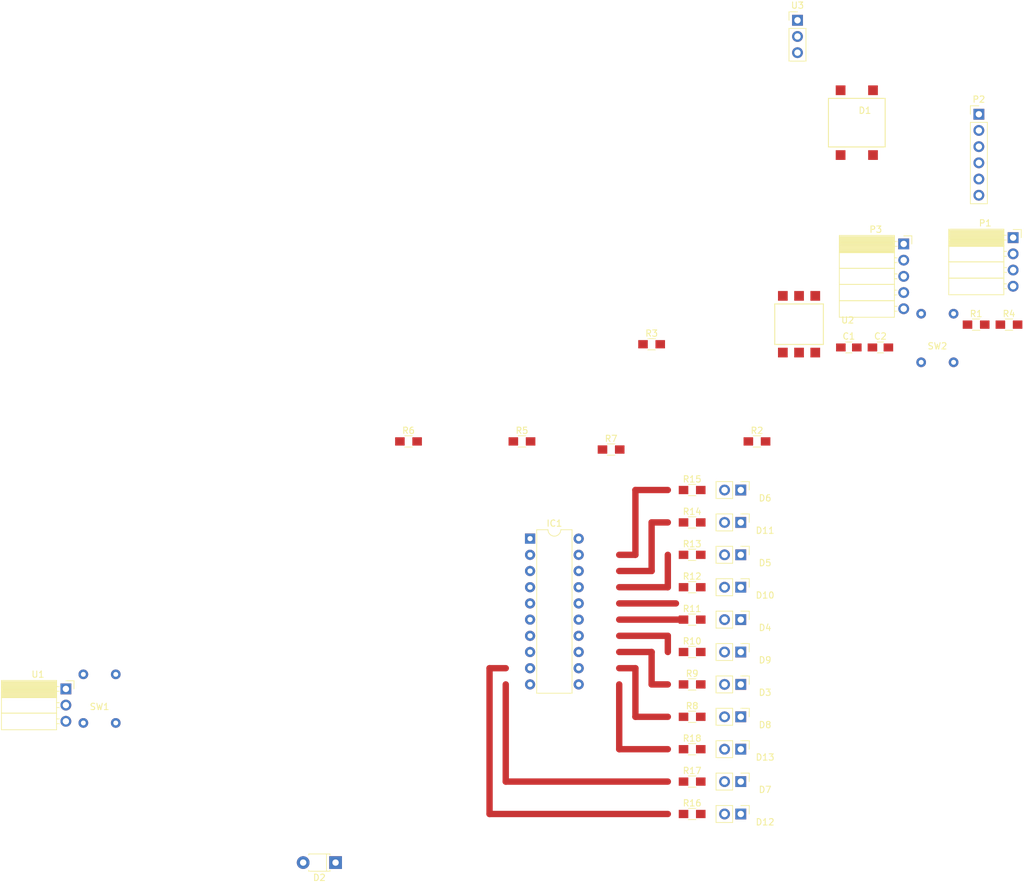
<source format=kicad_pcb>
(kicad_pcb (version 4) (host pcbnew 4.0.4-stable)

  (general
    (links 80)
    (no_connects 80)
    (area 0 0 0 0)
    (thickness 1.6)
    (drawings 0)
    (tracks 25)
    (zones 0)
    (modules 42)
    (nets 42)
  )

  (page A4)
  (layers
    (0 F.Cu signal)
    (31 B.Cu signal)
    (32 B.Adhes user)
    (33 F.Adhes user)
    (34 B.Paste user)
    (35 F.Paste user)
    (36 B.SilkS user)
    (37 F.SilkS user)
    (38 B.Mask user)
    (39 F.Mask user)
    (40 Dwgs.User user)
    (41 Cmts.User user)
    (42 Eco1.User user)
    (43 Eco2.User user)
    (44 Edge.Cuts user)
    (45 Margin user)
    (46 B.CrtYd user)
    (47 F.CrtYd user)
    (48 B.Fab user)
    (49 F.Fab user)
  )

  (setup
    (last_trace_width 1)
    (user_trace_width 1)
    (trace_clearance 0.2)
    (zone_clearance 0.508)
    (zone_45_only no)
    (trace_min 0.2)
    (segment_width 0.2)
    (edge_width 0.15)
    (via_size 0.6)
    (via_drill 0.4)
    (via_min_size 0.4)
    (via_min_drill 0.3)
    (uvia_size 0.3)
    (uvia_drill 0.1)
    (uvias_allowed no)
    (uvia_min_size 0.2)
    (uvia_min_drill 0.1)
    (pcb_text_width 0.3)
    (pcb_text_size 1.5 1.5)
    (mod_edge_width 0.15)
    (mod_text_size 1 1)
    (mod_text_width 0.15)
    (pad_size 1.524 1.524)
    (pad_drill 0.762)
    (pad_to_mask_clearance 0.2)
    (aux_axis_origin 0 0)
    (visible_elements 7FFFFFFF)
    (pcbplotparams
      (layerselection 0x00030_80000001)
      (usegerberextensions false)
      (excludeedgelayer true)
      (linewidth 0.100000)
      (plotframeref false)
      (viasonmask false)
      (mode 1)
      (useauxorigin false)
      (hpglpennumber 1)
      (hpglpenspeed 20)
      (hpglpendiameter 15)
      (hpglpenoverlay 2)
      (psnegative false)
      (psa4output false)
      (plotreference true)
      (plotvalue true)
      (plotinvisibletext false)
      (padsonsilk false)
      (subtractmaskfromsilk false)
      (outputformat 1)
      (mirror false)
      (drillshape 1)
      (scaleselection 1)
      (outputdirectory ""))
  )

  (net 0 "")
  (net 1 "Net-(C1-Pad1)")
  (net 2 GNDREF)
  (net 3 "Net-(C2-Pad1)")
  (net 4 "Net-(D1-Pad2)")
  (net 5 "Net-(D1-Pad4)")
  (net 6 "Net-(D3-Pad2)")
  (net 7 "Net-(D4-Pad2)")
  (net 8 "Net-(D5-Pad2)")
  (net 9 "Net-(D6-Pad2)")
  (net 10 "Net-(D7-Pad2)")
  (net 11 "Net-(D8-Pad2)")
  (net 12 "Net-(D9-Pad2)")
  (net 13 "Net-(D10-Pad2)")
  (net 14 "Net-(D11-Pad2)")
  (net 15 "Net-(D12-Pad2)")
  (net 16 "Net-(D13-Pad2)")
  (net 17 "Net-(IC1-Pad1)")
  (net 18 "Net-(IC1-Pad11)")
  (net 19 "Net-(IC1-Pad2)")
  (net 20 "Net-(IC1-Pad12)")
  (net 21 "Net-(IC1-Pad3)")
  (net 22 "Net-(IC1-Pad13)")
  (net 23 "Net-(IC1-Pad4)")
  (net 24 "Net-(IC1-Pad14)")
  (net 25 "Net-(IC1-Pad5)")
  (net 26 "Net-(IC1-Pad15)")
  (net 27 "Net-(IC1-Pad6)")
  (net 28 "Net-(IC1-Pad16)")
  (net 29 "Net-(IC1-Pad7)")
  (net 30 "Net-(IC1-Pad17)")
  (net 31 "Net-(IC1-Pad8)")
  (net 32 "Net-(IC1-Pad18)")
  (net 33 "Net-(IC1-Pad9)")
  (net 34 "Net-(IC1-Pad19)")
  (net 35 "Net-(P1-Pad1)")
  (net 36 "Net-(P1-Pad2)")
  (net 37 "Net-(R2-Pad2)")
  (net 38 "Net-(R3-Pad1)")
  (net 39 "Net-(R4-Pad2)")
  (net 40 "Net-(R7-Pad2)")
  (net 41 "Net-(R5-Pad2)")

  (net_class Default "This is the default net class."
    (clearance 0.2)
    (trace_width 0.25)
    (via_dia 0.6)
    (via_drill 0.4)
    (uvia_dia 0.3)
    (uvia_drill 0.1)
    (add_net GNDREF)
    (add_net "Net-(C1-Pad1)")
    (add_net "Net-(C2-Pad1)")
    (add_net "Net-(D1-Pad2)")
    (add_net "Net-(D1-Pad4)")
    (add_net "Net-(D10-Pad2)")
    (add_net "Net-(D11-Pad2)")
    (add_net "Net-(D12-Pad2)")
    (add_net "Net-(D13-Pad2)")
    (add_net "Net-(D3-Pad2)")
    (add_net "Net-(D4-Pad2)")
    (add_net "Net-(D5-Pad2)")
    (add_net "Net-(D6-Pad2)")
    (add_net "Net-(D7-Pad2)")
    (add_net "Net-(D8-Pad2)")
    (add_net "Net-(D9-Pad2)")
    (add_net "Net-(IC1-Pad1)")
    (add_net "Net-(IC1-Pad11)")
    (add_net "Net-(IC1-Pad12)")
    (add_net "Net-(IC1-Pad13)")
    (add_net "Net-(IC1-Pad14)")
    (add_net "Net-(IC1-Pad15)")
    (add_net "Net-(IC1-Pad16)")
    (add_net "Net-(IC1-Pad17)")
    (add_net "Net-(IC1-Pad18)")
    (add_net "Net-(IC1-Pad19)")
    (add_net "Net-(IC1-Pad2)")
    (add_net "Net-(IC1-Pad3)")
    (add_net "Net-(IC1-Pad4)")
    (add_net "Net-(IC1-Pad5)")
    (add_net "Net-(IC1-Pad6)")
    (add_net "Net-(IC1-Pad7)")
    (add_net "Net-(IC1-Pad8)")
    (add_net "Net-(IC1-Pad9)")
    (add_net "Net-(P1-Pad1)")
    (add_net "Net-(P1-Pad2)")
    (add_net "Net-(R2-Pad2)")
    (add_net "Net-(R3-Pad1)")
    (add_net "Net-(R4-Pad2)")
    (add_net "Net-(R5-Pad2)")
    (add_net "Net-(R7-Pad2)")
  )

  (module Capacitors_SMD:C_0805_HandSoldering (layer F.Cu) (tedit 58AA84A8) (tstamp 58C168B6)
    (at 176.955001 80.515)
    (descr "Capacitor SMD 0805, hand soldering")
    (tags "capacitor 0805")
    (path /58C12A02)
    (attr smd)
    (fp_text reference C1 (at 0 -1.75) (layer F.SilkS)
      (effects (font (size 1 1) (thickness 0.15)))
    )
    (fp_text value 4u7 (at 0 1.75) (layer F.Fab)
      (effects (font (size 1 1) (thickness 0.15)))
    )
    (fp_text user %R (at 0 -1.75) (layer F.Fab)
      (effects (font (size 1 1) (thickness 0.15)))
    )
    (fp_line (start -1 0.62) (end -1 -0.62) (layer F.Fab) (width 0.1))
    (fp_line (start 1 0.62) (end -1 0.62) (layer F.Fab) (width 0.1))
    (fp_line (start 1 -0.62) (end 1 0.62) (layer F.Fab) (width 0.1))
    (fp_line (start -1 -0.62) (end 1 -0.62) (layer F.Fab) (width 0.1))
    (fp_line (start 0.5 -0.85) (end -0.5 -0.85) (layer F.SilkS) (width 0.12))
    (fp_line (start -0.5 0.85) (end 0.5 0.85) (layer F.SilkS) (width 0.12))
    (fp_line (start -2.25 -0.88) (end 2.25 -0.88) (layer F.CrtYd) (width 0.05))
    (fp_line (start -2.25 -0.88) (end -2.25 0.87) (layer F.CrtYd) (width 0.05))
    (fp_line (start 2.25 0.87) (end 2.25 -0.88) (layer F.CrtYd) (width 0.05))
    (fp_line (start 2.25 0.87) (end -2.25 0.87) (layer F.CrtYd) (width 0.05))
    (pad 1 smd rect (at -1.25 0) (size 1.5 1.25) (layers F.Cu F.Paste F.Mask)
      (net 1 "Net-(C1-Pad1)"))
    (pad 2 smd rect (at 1.25 0) (size 1.5 1.25) (layers F.Cu F.Paste F.Mask)
      (net 2 GNDREF))
    (model Capacitors_SMD.3dshapes/C_0805.wrl
      (at (xyz 0 0 0))
      (scale (xyz 1 1 1))
      (rotate (xyz 0 0 0))
    )
  )

  (module Capacitors_SMD:C_0805_HandSoldering (layer F.Cu) (tedit 58AA84A8) (tstamp 58C168C7)
    (at 181.905001 80.515)
    (descr "Capacitor SMD 0805, hand soldering")
    (tags "capacitor 0805")
    (path /58C133A9)
    (attr smd)
    (fp_text reference C2 (at 0 -1.75) (layer F.SilkS)
      (effects (font (size 1 1) (thickness 0.15)))
    )
    (fp_text value 4u7 (at 0 1.75) (layer F.Fab)
      (effects (font (size 1 1) (thickness 0.15)))
    )
    (fp_text user %R (at 0 -1.75) (layer F.Fab)
      (effects (font (size 1 1) (thickness 0.15)))
    )
    (fp_line (start -1 0.62) (end -1 -0.62) (layer F.Fab) (width 0.1))
    (fp_line (start 1 0.62) (end -1 0.62) (layer F.Fab) (width 0.1))
    (fp_line (start 1 -0.62) (end 1 0.62) (layer F.Fab) (width 0.1))
    (fp_line (start -1 -0.62) (end 1 -0.62) (layer F.Fab) (width 0.1))
    (fp_line (start 0.5 -0.85) (end -0.5 -0.85) (layer F.SilkS) (width 0.12))
    (fp_line (start -0.5 0.85) (end 0.5 0.85) (layer F.SilkS) (width 0.12))
    (fp_line (start -2.25 -0.88) (end 2.25 -0.88) (layer F.CrtYd) (width 0.05))
    (fp_line (start -2.25 -0.88) (end -2.25 0.87) (layer F.CrtYd) (width 0.05))
    (fp_line (start 2.25 0.87) (end 2.25 -0.88) (layer F.CrtYd) (width 0.05))
    (fp_line (start 2.25 0.87) (end -2.25 0.87) (layer F.CrtYd) (width 0.05))
    (pad 1 smd rect (at -1.25 0) (size 1.5 1.25) (layers F.Cu F.Paste F.Mask)
      (net 3 "Net-(C2-Pad1)"))
    (pad 2 smd rect (at 1.25 0) (size 1.5 1.25) (layers F.Cu F.Paste F.Mask)
      (net 2 GNDREF))
    (model Capacitors_SMD.3dshapes/C_0805.wrl
      (at (xyz 0 0 0))
      (scale (xyz 1 1 1))
      (rotate (xyz 0 0 0))
    )
  )

  (module Socket_Strips:Socket_Strip_Straight_1x02_Pitch2.54mm (layer F.Cu) (tedit 58C17A02) (tstamp 58C1690B)
    (at 160.02 133.35 270)
    (descr "Through hole straight socket strip, 1x02, 2.54mm pitch, single row")
    (tags "Through hole socket strip THT 1x02 2.54mm single row")
    (path /58C19516)
    (fp_text reference D3 (at 1.27 -3.81 360) (layer F.SilkS)
      (effects (font (size 1 1) (thickness 0.15)))
    )
    (fp_text value LED (at 0 4.87 270) (layer F.Fab)
      (effects (font (size 1 1) (thickness 0.15)))
    )
    (fp_line (start -1.27 -1.27) (end -1.27 3.81) (layer F.Fab) (width 0.1))
    (fp_line (start -1.27 3.81) (end 1.27 3.81) (layer F.Fab) (width 0.1))
    (fp_line (start 1.27 3.81) (end 1.27 -1.27) (layer F.Fab) (width 0.1))
    (fp_line (start 1.27 -1.27) (end -1.27 -1.27) (layer F.Fab) (width 0.1))
    (fp_line (start -1.33 1.27) (end -1.33 3.87) (layer F.SilkS) (width 0.12))
    (fp_line (start -1.33 3.87) (end 1.33 3.87) (layer F.SilkS) (width 0.12))
    (fp_line (start 1.33 3.87) (end 1.33 1.27) (layer F.SilkS) (width 0.12))
    (fp_line (start 1.33 1.27) (end -1.33 1.27) (layer F.SilkS) (width 0.12))
    (fp_line (start -1.33 0) (end -1.33 -1.33) (layer F.SilkS) (width 0.12))
    (fp_line (start -1.33 -1.33) (end 0 -1.33) (layer F.SilkS) (width 0.12))
    (fp_line (start -1.55 -1.55) (end -1.55 4.1) (layer F.CrtYd) (width 0.05))
    (fp_line (start -1.55 4.1) (end 1.55 4.1) (layer F.CrtYd) (width 0.05))
    (fp_line (start 1.55 4.1) (end 1.55 -1.55) (layer F.CrtYd) (width 0.05))
    (fp_line (start 1.55 -1.55) (end -1.55 -1.55) (layer F.CrtYd) (width 0.05))
    (pad 1 thru_hole rect (at 0 0 270) (size 1.7 1.7) (drill 1) (layers *.Cu *.Mask)
      (net 2 GNDREF))
    (pad 2 thru_hole oval (at 0 2.54 270) (size 1.7 1.7) (drill 1) (layers *.Cu *.Mask)
      (net 6 "Net-(D3-Pad2)"))
    (model Socket_Strips.3dshapes/Socket_Strip_Straight_1x02_Pitch2.54mm.wrl
      (at (xyz 0 -0.05 0))
      (scale (xyz 1 1 1))
      (rotate (xyz 0 0 270))
    )
  )

  (module Socket_Strips:Socket_Strip_Straight_1x02_Pitch2.54mm (layer F.Cu) (tedit 58C179CC) (tstamp 58C1691F)
    (at 160.02 123.19 270)
    (descr "Through hole straight socket strip, 1x02, 2.54mm pitch, single row")
    (tags "Through hole socket strip THT 1x02 2.54mm single row")
    (path /58C195F9)
    (fp_text reference D4 (at 1.27 -3.81 360) (layer F.SilkS)
      (effects (font (size 1 1) (thickness 0.15)))
    )
    (fp_text value LED (at 0 4.87 270) (layer F.Fab)
      (effects (font (size 1 1) (thickness 0.15)))
    )
    (fp_line (start -1.27 -1.27) (end -1.27 3.81) (layer F.Fab) (width 0.1))
    (fp_line (start -1.27 3.81) (end 1.27 3.81) (layer F.Fab) (width 0.1))
    (fp_line (start 1.27 3.81) (end 1.27 -1.27) (layer F.Fab) (width 0.1))
    (fp_line (start 1.27 -1.27) (end -1.27 -1.27) (layer F.Fab) (width 0.1))
    (fp_line (start -1.33 1.27) (end -1.33 3.87) (layer F.SilkS) (width 0.12))
    (fp_line (start -1.33 3.87) (end 1.33 3.87) (layer F.SilkS) (width 0.12))
    (fp_line (start 1.33 3.87) (end 1.33 1.27) (layer F.SilkS) (width 0.12))
    (fp_line (start 1.33 1.27) (end -1.33 1.27) (layer F.SilkS) (width 0.12))
    (fp_line (start -1.33 0) (end -1.33 -1.33) (layer F.SilkS) (width 0.12))
    (fp_line (start -1.33 -1.33) (end 0 -1.33) (layer F.SilkS) (width 0.12))
    (fp_line (start -1.55 -1.55) (end -1.55 4.1) (layer F.CrtYd) (width 0.05))
    (fp_line (start -1.55 4.1) (end 1.55 4.1) (layer F.CrtYd) (width 0.05))
    (fp_line (start 1.55 4.1) (end 1.55 -1.55) (layer F.CrtYd) (width 0.05))
    (fp_line (start 1.55 -1.55) (end -1.55 -1.55) (layer F.CrtYd) (width 0.05))
    (pad 1 thru_hole rect (at 0 0 270) (size 1.7 1.7) (drill 1) (layers *.Cu *.Mask)
      (net 2 GNDREF))
    (pad 2 thru_hole oval (at 0 2.54 270) (size 1.7 1.7) (drill 1) (layers *.Cu *.Mask)
      (net 7 "Net-(D4-Pad2)"))
    (model Socket_Strips.3dshapes/Socket_Strip_Straight_1x02_Pitch2.54mm.wrl
      (at (xyz 0 -0.05 0))
      (scale (xyz 1 1 1))
      (rotate (xyz 0 0 270))
    )
  )

  (module Socket_Strips:Socket_Strip_Straight_1x02_Pitch2.54mm (layer F.Cu) (tedit 58C179C1) (tstamp 58C16933)
    (at 160.02 113.03 270)
    (descr "Through hole straight socket strip, 1x02, 2.54mm pitch, single row")
    (tags "Through hole socket strip THT 1x02 2.54mm single row")
    (path /58C19866)
    (fp_text reference D5 (at 1.27 -3.81 360) (layer F.SilkS)
      (effects (font (size 1 1) (thickness 0.15)))
    )
    (fp_text value LED (at 0 4.87 270) (layer F.Fab)
      (effects (font (size 1 1) (thickness 0.15)))
    )
    (fp_line (start -1.27 -1.27) (end -1.27 3.81) (layer F.Fab) (width 0.1))
    (fp_line (start -1.27 3.81) (end 1.27 3.81) (layer F.Fab) (width 0.1))
    (fp_line (start 1.27 3.81) (end 1.27 -1.27) (layer F.Fab) (width 0.1))
    (fp_line (start 1.27 -1.27) (end -1.27 -1.27) (layer F.Fab) (width 0.1))
    (fp_line (start -1.33 1.27) (end -1.33 3.87) (layer F.SilkS) (width 0.12))
    (fp_line (start -1.33 3.87) (end 1.33 3.87) (layer F.SilkS) (width 0.12))
    (fp_line (start 1.33 3.87) (end 1.33 1.27) (layer F.SilkS) (width 0.12))
    (fp_line (start 1.33 1.27) (end -1.33 1.27) (layer F.SilkS) (width 0.12))
    (fp_line (start -1.33 0) (end -1.33 -1.33) (layer F.SilkS) (width 0.12))
    (fp_line (start -1.33 -1.33) (end 0 -1.33) (layer F.SilkS) (width 0.12))
    (fp_line (start -1.55 -1.55) (end -1.55 4.1) (layer F.CrtYd) (width 0.05))
    (fp_line (start -1.55 4.1) (end 1.55 4.1) (layer F.CrtYd) (width 0.05))
    (fp_line (start 1.55 4.1) (end 1.55 -1.55) (layer F.CrtYd) (width 0.05))
    (fp_line (start 1.55 -1.55) (end -1.55 -1.55) (layer F.CrtYd) (width 0.05))
    (pad 1 thru_hole rect (at 0 0 270) (size 1.7 1.7) (drill 1) (layers *.Cu *.Mask)
      (net 2 GNDREF))
    (pad 2 thru_hole oval (at 0 2.54 270) (size 1.7 1.7) (drill 1) (layers *.Cu *.Mask)
      (net 8 "Net-(D5-Pad2)"))
    (model Socket_Strips.3dshapes/Socket_Strip_Straight_1x02_Pitch2.54mm.wrl
      (at (xyz 0 -0.05 0))
      (scale (xyz 1 1 1))
      (rotate (xyz 0 0 270))
    )
  )

  (module Socket_Strips:Socket_Strip_Straight_1x02_Pitch2.54mm (layer F.Cu) (tedit 58C179EF) (tstamp 58C16947)
    (at 160.02 102.87 270)
    (descr "Through hole straight socket strip, 1x02, 2.54mm pitch, single row")
    (tags "Through hole socket strip THT 1x02 2.54mm single row")
    (path /58C19963)
    (fp_text reference D6 (at 1.27 -3.81 360) (layer F.SilkS)
      (effects (font (size 1 1) (thickness 0.15)))
    )
    (fp_text value LED (at 0 4.87 270) (layer F.Fab)
      (effects (font (size 1 1) (thickness 0.15)))
    )
    (fp_line (start -1.27 -1.27) (end -1.27 3.81) (layer F.Fab) (width 0.1))
    (fp_line (start -1.27 3.81) (end 1.27 3.81) (layer F.Fab) (width 0.1))
    (fp_line (start 1.27 3.81) (end 1.27 -1.27) (layer F.Fab) (width 0.1))
    (fp_line (start 1.27 -1.27) (end -1.27 -1.27) (layer F.Fab) (width 0.1))
    (fp_line (start -1.33 1.27) (end -1.33 3.87) (layer F.SilkS) (width 0.12))
    (fp_line (start -1.33 3.87) (end 1.33 3.87) (layer F.SilkS) (width 0.12))
    (fp_line (start 1.33 3.87) (end 1.33 1.27) (layer F.SilkS) (width 0.12))
    (fp_line (start 1.33 1.27) (end -1.33 1.27) (layer F.SilkS) (width 0.12))
    (fp_line (start -1.33 0) (end -1.33 -1.33) (layer F.SilkS) (width 0.12))
    (fp_line (start -1.33 -1.33) (end 0 -1.33) (layer F.SilkS) (width 0.12))
    (fp_line (start -1.55 -1.55) (end -1.55 4.1) (layer F.CrtYd) (width 0.05))
    (fp_line (start -1.55 4.1) (end 1.55 4.1) (layer F.CrtYd) (width 0.05))
    (fp_line (start 1.55 4.1) (end 1.55 -1.55) (layer F.CrtYd) (width 0.05))
    (fp_line (start 1.55 -1.55) (end -1.55 -1.55) (layer F.CrtYd) (width 0.05))
    (pad 1 thru_hole rect (at 0 0 270) (size 1.7 1.7) (drill 1) (layers *.Cu *.Mask)
      (net 2 GNDREF))
    (pad 2 thru_hole oval (at 0 2.54 270) (size 1.7 1.7) (drill 1) (layers *.Cu *.Mask)
      (net 9 "Net-(D6-Pad2)"))
    (model Socket_Strips.3dshapes/Socket_Strip_Straight_1x02_Pitch2.54mm.wrl
      (at (xyz 0 -0.05 0))
      (scale (xyz 1 1 1))
      (rotate (xyz 0 0 270))
    )
  )

  (module Socket_Strips:Socket_Strip_Straight_1x02_Pitch2.54mm (layer F.Cu) (tedit 58C17A49) (tstamp 58C1695B)
    (at 160.02 148.59 270)
    (descr "Through hole straight socket strip, 1x02, 2.54mm pitch, single row")
    (tags "Through hole socket strip THT 1x02 2.54mm single row")
    (path /58C19A72)
    (fp_text reference D7 (at 1.27 -3.81 360) (layer F.SilkS)
      (effects (font (size 1 1) (thickness 0.15)))
    )
    (fp_text value LED (at 0 4.87 270) (layer F.Fab)
      (effects (font (size 1 1) (thickness 0.15)))
    )
    (fp_line (start -1.27 -1.27) (end -1.27 3.81) (layer F.Fab) (width 0.1))
    (fp_line (start -1.27 3.81) (end 1.27 3.81) (layer F.Fab) (width 0.1))
    (fp_line (start 1.27 3.81) (end 1.27 -1.27) (layer F.Fab) (width 0.1))
    (fp_line (start 1.27 -1.27) (end -1.27 -1.27) (layer F.Fab) (width 0.1))
    (fp_line (start -1.33 1.27) (end -1.33 3.87) (layer F.SilkS) (width 0.12))
    (fp_line (start -1.33 3.87) (end 1.33 3.87) (layer F.SilkS) (width 0.12))
    (fp_line (start 1.33 3.87) (end 1.33 1.27) (layer F.SilkS) (width 0.12))
    (fp_line (start 1.33 1.27) (end -1.33 1.27) (layer F.SilkS) (width 0.12))
    (fp_line (start -1.33 0) (end -1.33 -1.33) (layer F.SilkS) (width 0.12))
    (fp_line (start -1.33 -1.33) (end 0 -1.33) (layer F.SilkS) (width 0.12))
    (fp_line (start -1.55 -1.55) (end -1.55 4.1) (layer F.CrtYd) (width 0.05))
    (fp_line (start -1.55 4.1) (end 1.55 4.1) (layer F.CrtYd) (width 0.05))
    (fp_line (start 1.55 4.1) (end 1.55 -1.55) (layer F.CrtYd) (width 0.05))
    (fp_line (start 1.55 -1.55) (end -1.55 -1.55) (layer F.CrtYd) (width 0.05))
    (pad 1 thru_hole rect (at 0 0 270) (size 1.7 1.7) (drill 1) (layers *.Cu *.Mask)
      (net 2 GNDREF))
    (pad 2 thru_hole oval (at 0 2.54 270) (size 1.7 1.7) (drill 1) (layers *.Cu *.Mask)
      (net 10 "Net-(D7-Pad2)"))
    (model Socket_Strips.3dshapes/Socket_Strip_Straight_1x02_Pitch2.54mm.wrl
      (at (xyz 0 -0.05 0))
      (scale (xyz 1 1 1))
      (rotate (xyz 0 0 270))
    )
  )

  (module Socket_Strips:Socket_Strip_Straight_1x02_Pitch2.54mm (layer F.Cu) (tedit 58C17A21) (tstamp 58C1696F)
    (at 160.02 138.43 270)
    (descr "Through hole straight socket strip, 1x02, 2.54mm pitch, single row")
    (tags "Through hole socket strip THT 1x02 2.54mm single row")
    (path /58C190EC)
    (fp_text reference D8 (at 1.27 -3.81 360) (layer F.SilkS)
      (effects (font (size 1 1) (thickness 0.15)))
    )
    (fp_text value LED (at 0 4.87 270) (layer F.Fab)
      (effects (font (size 1 1) (thickness 0.15)))
    )
    (fp_line (start -1.27 -1.27) (end -1.27 3.81) (layer F.Fab) (width 0.1))
    (fp_line (start -1.27 3.81) (end 1.27 3.81) (layer F.Fab) (width 0.1))
    (fp_line (start 1.27 3.81) (end 1.27 -1.27) (layer F.Fab) (width 0.1))
    (fp_line (start 1.27 -1.27) (end -1.27 -1.27) (layer F.Fab) (width 0.1))
    (fp_line (start -1.33 1.27) (end -1.33 3.87) (layer F.SilkS) (width 0.12))
    (fp_line (start -1.33 3.87) (end 1.33 3.87) (layer F.SilkS) (width 0.12))
    (fp_line (start 1.33 3.87) (end 1.33 1.27) (layer F.SilkS) (width 0.12))
    (fp_line (start 1.33 1.27) (end -1.33 1.27) (layer F.SilkS) (width 0.12))
    (fp_line (start -1.33 0) (end -1.33 -1.33) (layer F.SilkS) (width 0.12))
    (fp_line (start -1.33 -1.33) (end 0 -1.33) (layer F.SilkS) (width 0.12))
    (fp_line (start -1.55 -1.55) (end -1.55 4.1) (layer F.CrtYd) (width 0.05))
    (fp_line (start -1.55 4.1) (end 1.55 4.1) (layer F.CrtYd) (width 0.05))
    (fp_line (start 1.55 4.1) (end 1.55 -1.55) (layer F.CrtYd) (width 0.05))
    (fp_line (start 1.55 -1.55) (end -1.55 -1.55) (layer F.CrtYd) (width 0.05))
    (pad 1 thru_hole rect (at 0 0 270) (size 1.7 1.7) (drill 1) (layers *.Cu *.Mask)
      (net 2 GNDREF))
    (pad 2 thru_hole oval (at 0 2.54 270) (size 1.7 1.7) (drill 1) (layers *.Cu *.Mask)
      (net 11 "Net-(D8-Pad2)"))
    (model Socket_Strips.3dshapes/Socket_Strip_Straight_1x02_Pitch2.54mm.wrl
      (at (xyz 0 -0.05 0))
      (scale (xyz 1 1 1))
      (rotate (xyz 0 0 270))
    )
  )

  (module Socket_Strips:Socket_Strip_Straight_1x02_Pitch2.54mm (layer F.Cu) (tedit 58C179FA) (tstamp 58C16983)
    (at 160.02 128.27 270)
    (descr "Through hole straight socket strip, 1x02, 2.54mm pitch, single row")
    (tags "Through hole socket strip THT 1x02 2.54mm single row")
    (path /58C19586)
    (fp_text reference D9 (at 1.27 -3.81 360) (layer F.SilkS)
      (effects (font (size 1 1) (thickness 0.15)))
    )
    (fp_text value LED (at 0 4.87 270) (layer F.Fab)
      (effects (font (size 1 1) (thickness 0.15)))
    )
    (fp_line (start -1.27 -1.27) (end -1.27 3.81) (layer F.Fab) (width 0.1))
    (fp_line (start -1.27 3.81) (end 1.27 3.81) (layer F.Fab) (width 0.1))
    (fp_line (start 1.27 3.81) (end 1.27 -1.27) (layer F.Fab) (width 0.1))
    (fp_line (start 1.27 -1.27) (end -1.27 -1.27) (layer F.Fab) (width 0.1))
    (fp_line (start -1.33 1.27) (end -1.33 3.87) (layer F.SilkS) (width 0.12))
    (fp_line (start -1.33 3.87) (end 1.33 3.87) (layer F.SilkS) (width 0.12))
    (fp_line (start 1.33 3.87) (end 1.33 1.27) (layer F.SilkS) (width 0.12))
    (fp_line (start 1.33 1.27) (end -1.33 1.27) (layer F.SilkS) (width 0.12))
    (fp_line (start -1.33 0) (end -1.33 -1.33) (layer F.SilkS) (width 0.12))
    (fp_line (start -1.33 -1.33) (end 0 -1.33) (layer F.SilkS) (width 0.12))
    (fp_line (start -1.55 -1.55) (end -1.55 4.1) (layer F.CrtYd) (width 0.05))
    (fp_line (start -1.55 4.1) (end 1.55 4.1) (layer F.CrtYd) (width 0.05))
    (fp_line (start 1.55 4.1) (end 1.55 -1.55) (layer F.CrtYd) (width 0.05))
    (fp_line (start 1.55 -1.55) (end -1.55 -1.55) (layer F.CrtYd) (width 0.05))
    (pad 1 thru_hole rect (at 0 0 270) (size 1.7 1.7) (drill 1) (layers *.Cu *.Mask)
      (net 2 GNDREF))
    (pad 2 thru_hole oval (at 0 2.54 270) (size 1.7 1.7) (drill 1) (layers *.Cu *.Mask)
      (net 12 "Net-(D9-Pad2)"))
    (model Socket_Strips.3dshapes/Socket_Strip_Straight_1x02_Pitch2.54mm.wrl
      (at (xyz 0 -0.05 0))
      (scale (xyz 1 1 1))
      (rotate (xyz 0 0 270))
    )
  )

  (module Socket_Strips:Socket_Strip_Straight_1x02_Pitch2.54mm (layer F.Cu) (tedit 58C179AF) (tstamp 58C16997)
    (at 160.02 118.11 270)
    (descr "Through hole straight socket strip, 1x02, 2.54mm pitch, single row")
    (tags "Through hole socket strip THT 1x02 2.54mm single row")
    (path /58C1966F)
    (fp_text reference D10 (at 1.27 -3.81 360) (layer F.SilkS)
      (effects (font (size 1 1) (thickness 0.15)))
    )
    (fp_text value LED (at 0 4.87 270) (layer F.Fab)
      (effects (font (size 1 1) (thickness 0.15)))
    )
    (fp_line (start -1.27 -1.27) (end -1.27 3.81) (layer F.Fab) (width 0.1))
    (fp_line (start -1.27 3.81) (end 1.27 3.81) (layer F.Fab) (width 0.1))
    (fp_line (start 1.27 3.81) (end 1.27 -1.27) (layer F.Fab) (width 0.1))
    (fp_line (start 1.27 -1.27) (end -1.27 -1.27) (layer F.Fab) (width 0.1))
    (fp_line (start -1.33 1.27) (end -1.33 3.87) (layer F.SilkS) (width 0.12))
    (fp_line (start -1.33 3.87) (end 1.33 3.87) (layer F.SilkS) (width 0.12))
    (fp_line (start 1.33 3.87) (end 1.33 1.27) (layer F.SilkS) (width 0.12))
    (fp_line (start 1.33 1.27) (end -1.33 1.27) (layer F.SilkS) (width 0.12))
    (fp_line (start -1.33 0) (end -1.33 -1.33) (layer F.SilkS) (width 0.12))
    (fp_line (start -1.33 -1.33) (end 0 -1.33) (layer F.SilkS) (width 0.12))
    (fp_line (start -1.55 -1.55) (end -1.55 4.1) (layer F.CrtYd) (width 0.05))
    (fp_line (start -1.55 4.1) (end 1.55 4.1) (layer F.CrtYd) (width 0.05))
    (fp_line (start 1.55 4.1) (end 1.55 -1.55) (layer F.CrtYd) (width 0.05))
    (fp_line (start 1.55 -1.55) (end -1.55 -1.55) (layer F.CrtYd) (width 0.05))
    (pad 1 thru_hole rect (at 0 0 270) (size 1.7 1.7) (drill 1) (layers *.Cu *.Mask)
      (net 2 GNDREF))
    (pad 2 thru_hole oval (at 0 2.54 270) (size 1.7 1.7) (drill 1) (layers *.Cu *.Mask)
      (net 13 "Net-(D10-Pad2)"))
    (model Socket_Strips.3dshapes/Socket_Strip_Straight_1x02_Pitch2.54mm.wrl
      (at (xyz 0 -0.05 0))
      (scale (xyz 1 1 1))
      (rotate (xyz 0 0 270))
    )
  )

  (module Socket_Strips:Socket_Strip_Straight_1x02_Pitch2.54mm (layer F.Cu) (tedit 58C179B3) (tstamp 58C169AB)
    (at 160.02 107.95 270)
    (descr "Through hole straight socket strip, 1x02, 2.54mm pitch, single row")
    (tags "Through hole socket strip THT 1x02 2.54mm single row")
    (path /58C198E4)
    (fp_text reference D11 (at 1.27 -3.81 360) (layer F.SilkS)
      (effects (font (size 1 1) (thickness 0.15)))
    )
    (fp_text value LED (at 0 4.87 270) (layer F.Fab)
      (effects (font (size 1 1) (thickness 0.15)))
    )
    (fp_line (start -1.27 -1.27) (end -1.27 3.81) (layer F.Fab) (width 0.1))
    (fp_line (start -1.27 3.81) (end 1.27 3.81) (layer F.Fab) (width 0.1))
    (fp_line (start 1.27 3.81) (end 1.27 -1.27) (layer F.Fab) (width 0.1))
    (fp_line (start 1.27 -1.27) (end -1.27 -1.27) (layer F.Fab) (width 0.1))
    (fp_line (start -1.33 1.27) (end -1.33 3.87) (layer F.SilkS) (width 0.12))
    (fp_line (start -1.33 3.87) (end 1.33 3.87) (layer F.SilkS) (width 0.12))
    (fp_line (start 1.33 3.87) (end 1.33 1.27) (layer F.SilkS) (width 0.12))
    (fp_line (start 1.33 1.27) (end -1.33 1.27) (layer F.SilkS) (width 0.12))
    (fp_line (start -1.33 0) (end -1.33 -1.33) (layer F.SilkS) (width 0.12))
    (fp_line (start -1.33 -1.33) (end 0 -1.33) (layer F.SilkS) (width 0.12))
    (fp_line (start -1.55 -1.55) (end -1.55 4.1) (layer F.CrtYd) (width 0.05))
    (fp_line (start -1.55 4.1) (end 1.55 4.1) (layer F.CrtYd) (width 0.05))
    (fp_line (start 1.55 4.1) (end 1.55 -1.55) (layer F.CrtYd) (width 0.05))
    (fp_line (start 1.55 -1.55) (end -1.55 -1.55) (layer F.CrtYd) (width 0.05))
    (pad 1 thru_hole rect (at 0 0 270) (size 1.7 1.7) (drill 1) (layers *.Cu *.Mask)
      (net 2 GNDREF))
    (pad 2 thru_hole oval (at 0 2.54 270) (size 1.7 1.7) (drill 1) (layers *.Cu *.Mask)
      (net 14 "Net-(D11-Pad2)"))
    (model Socket_Strips.3dshapes/Socket_Strip_Straight_1x02_Pitch2.54mm.wrl
      (at (xyz 0 -0.05 0))
      (scale (xyz 1 1 1))
      (rotate (xyz 0 0 270))
    )
  )

  (module Socket_Strips:Socket_Strip_Straight_1x02_Pitch2.54mm (layer F.Cu) (tedit 58C17A34) (tstamp 58C169BF)
    (at 160.02 153.67 270)
    (descr "Through hole straight socket strip, 1x02, 2.54mm pitch, single row")
    (tags "Through hole socket strip THT 1x02 2.54mm single row")
    (path /58C199E7)
    (fp_text reference D12 (at 1.27 -3.81 360) (layer F.SilkS)
      (effects (font (size 1 1) (thickness 0.15)))
    )
    (fp_text value LED (at 0 4.87 270) (layer F.Fab)
      (effects (font (size 1 1) (thickness 0.15)))
    )
    (fp_line (start -1.27 -1.27) (end -1.27 3.81) (layer F.Fab) (width 0.1))
    (fp_line (start -1.27 3.81) (end 1.27 3.81) (layer F.Fab) (width 0.1))
    (fp_line (start 1.27 3.81) (end 1.27 -1.27) (layer F.Fab) (width 0.1))
    (fp_line (start 1.27 -1.27) (end -1.27 -1.27) (layer F.Fab) (width 0.1))
    (fp_line (start -1.33 1.27) (end -1.33 3.87) (layer F.SilkS) (width 0.12))
    (fp_line (start -1.33 3.87) (end 1.33 3.87) (layer F.SilkS) (width 0.12))
    (fp_line (start 1.33 3.87) (end 1.33 1.27) (layer F.SilkS) (width 0.12))
    (fp_line (start 1.33 1.27) (end -1.33 1.27) (layer F.SilkS) (width 0.12))
    (fp_line (start -1.33 0) (end -1.33 -1.33) (layer F.SilkS) (width 0.12))
    (fp_line (start -1.33 -1.33) (end 0 -1.33) (layer F.SilkS) (width 0.12))
    (fp_line (start -1.55 -1.55) (end -1.55 4.1) (layer F.CrtYd) (width 0.05))
    (fp_line (start -1.55 4.1) (end 1.55 4.1) (layer F.CrtYd) (width 0.05))
    (fp_line (start 1.55 4.1) (end 1.55 -1.55) (layer F.CrtYd) (width 0.05))
    (fp_line (start 1.55 -1.55) (end -1.55 -1.55) (layer F.CrtYd) (width 0.05))
    (pad 1 thru_hole rect (at 0 0 270) (size 1.7 1.7) (drill 1) (layers *.Cu *.Mask)
      (net 2 GNDREF))
    (pad 2 thru_hole oval (at 0 2.54 270) (size 1.7 1.7) (drill 1) (layers *.Cu *.Mask)
      (net 15 "Net-(D12-Pad2)"))
    (model Socket_Strips.3dshapes/Socket_Strip_Straight_1x02_Pitch2.54mm.wrl
      (at (xyz 0 -0.05 0))
      (scale (xyz 1 1 1))
      (rotate (xyz 0 0 270))
    )
  )

  (module Socket_Strips:Socket_Strip_Straight_1x02_Pitch2.54mm (layer F.Cu) (tedit 58C17A23) (tstamp 58C169D3)
    (at 160.02 143.51 270)
    (descr "Through hole straight socket strip, 1x02, 2.54mm pitch, single row")
    (tags "Through hole socket strip THT 1x02 2.54mm single row")
    (path /58C21687)
    (fp_text reference D13 (at 1.27 -3.81 360) (layer F.SilkS)
      (effects (font (size 1 1) (thickness 0.15)))
    )
    (fp_text value LED (at 0 4.87 270) (layer F.Fab)
      (effects (font (size 1 1) (thickness 0.15)))
    )
    (fp_line (start -1.27 -1.27) (end -1.27 3.81) (layer F.Fab) (width 0.1))
    (fp_line (start -1.27 3.81) (end 1.27 3.81) (layer F.Fab) (width 0.1))
    (fp_line (start 1.27 3.81) (end 1.27 -1.27) (layer F.Fab) (width 0.1))
    (fp_line (start 1.27 -1.27) (end -1.27 -1.27) (layer F.Fab) (width 0.1))
    (fp_line (start -1.33 1.27) (end -1.33 3.87) (layer F.SilkS) (width 0.12))
    (fp_line (start -1.33 3.87) (end 1.33 3.87) (layer F.SilkS) (width 0.12))
    (fp_line (start 1.33 3.87) (end 1.33 1.27) (layer F.SilkS) (width 0.12))
    (fp_line (start 1.33 1.27) (end -1.33 1.27) (layer F.SilkS) (width 0.12))
    (fp_line (start -1.33 0) (end -1.33 -1.33) (layer F.SilkS) (width 0.12))
    (fp_line (start -1.33 -1.33) (end 0 -1.33) (layer F.SilkS) (width 0.12))
    (fp_line (start -1.55 -1.55) (end -1.55 4.1) (layer F.CrtYd) (width 0.05))
    (fp_line (start -1.55 4.1) (end 1.55 4.1) (layer F.CrtYd) (width 0.05))
    (fp_line (start 1.55 4.1) (end 1.55 -1.55) (layer F.CrtYd) (width 0.05))
    (fp_line (start 1.55 -1.55) (end -1.55 -1.55) (layer F.CrtYd) (width 0.05))
    (pad 1 thru_hole rect (at 0 0 270) (size 1.7 1.7) (drill 1) (layers *.Cu *.Mask)
      (net 2 GNDREF))
    (pad 2 thru_hole oval (at 0 2.54 270) (size 1.7 1.7) (drill 1) (layers *.Cu *.Mask)
      (net 16 "Net-(D13-Pad2)"))
    (model Socket_Strips.3dshapes/Socket_Strip_Straight_1x02_Pitch2.54mm.wrl
      (at (xyz 0 -0.05 0))
      (scale (xyz 1 1 1))
      (rotate (xyz 0 0 270))
    )
  )

  (module Housings_DIP:DIP-20_W7.62mm (layer F.Cu) (tedit 586281B5) (tstamp 58C169FA)
    (at 127 110.49)
    (descr "20-lead dip package, row spacing 7.62 mm (300 mils)")
    (tags "DIL DIP PDIP 2.54mm 7.62mm 300mil")
    (path /58C124E8)
    (fp_text reference IC1 (at 3.81 -2.39) (layer F.SilkS)
      (effects (font (size 1 1) (thickness 0.15)))
    )
    (fp_text value ATTINY2313-P (at 3.81 25.25) (layer F.Fab)
      (effects (font (size 1 1) (thickness 0.15)))
    )
    (fp_arc (start 3.81 -1.39) (end 2.81 -1.39) (angle -180) (layer F.SilkS) (width 0.12))
    (fp_line (start 1.635 -1.27) (end 6.985 -1.27) (layer F.Fab) (width 0.1))
    (fp_line (start 6.985 -1.27) (end 6.985 24.13) (layer F.Fab) (width 0.1))
    (fp_line (start 6.985 24.13) (end 0.635 24.13) (layer F.Fab) (width 0.1))
    (fp_line (start 0.635 24.13) (end 0.635 -0.27) (layer F.Fab) (width 0.1))
    (fp_line (start 0.635 -0.27) (end 1.635 -1.27) (layer F.Fab) (width 0.1))
    (fp_line (start 2.81 -1.39) (end 1.04 -1.39) (layer F.SilkS) (width 0.12))
    (fp_line (start 1.04 -1.39) (end 1.04 24.25) (layer F.SilkS) (width 0.12))
    (fp_line (start 1.04 24.25) (end 6.58 24.25) (layer F.SilkS) (width 0.12))
    (fp_line (start 6.58 24.25) (end 6.58 -1.39) (layer F.SilkS) (width 0.12))
    (fp_line (start 6.58 -1.39) (end 4.81 -1.39) (layer F.SilkS) (width 0.12))
    (fp_line (start -1.1 -1.6) (end -1.1 24.4) (layer F.CrtYd) (width 0.05))
    (fp_line (start -1.1 24.4) (end 8.7 24.4) (layer F.CrtYd) (width 0.05))
    (fp_line (start 8.7 24.4) (end 8.7 -1.6) (layer F.CrtYd) (width 0.05))
    (fp_line (start 8.7 -1.6) (end -1.1 -1.6) (layer F.CrtYd) (width 0.05))
    (pad 1 thru_hole rect (at 0 0) (size 1.6 1.6) (drill 0.8) (layers *.Cu *.Mask)
      (net 17 "Net-(IC1-Pad1)"))
    (pad 11 thru_hole oval (at 7.62 22.86) (size 1.6 1.6) (drill 0.8) (layers *.Cu *.Mask)
      (net 18 "Net-(IC1-Pad11)"))
    (pad 2 thru_hole oval (at 0 2.54) (size 1.6 1.6) (drill 0.8) (layers *.Cu *.Mask)
      (net 19 "Net-(IC1-Pad2)"))
    (pad 12 thru_hole oval (at 7.62 20.32) (size 1.6 1.6) (drill 0.8) (layers *.Cu *.Mask)
      (net 20 "Net-(IC1-Pad12)"))
    (pad 3 thru_hole oval (at 0 5.08) (size 1.6 1.6) (drill 0.8) (layers *.Cu *.Mask)
      (net 21 "Net-(IC1-Pad3)"))
    (pad 13 thru_hole oval (at 7.62 17.78) (size 1.6 1.6) (drill 0.8) (layers *.Cu *.Mask)
      (net 22 "Net-(IC1-Pad13)"))
    (pad 4 thru_hole oval (at 0 7.62) (size 1.6 1.6) (drill 0.8) (layers *.Cu *.Mask)
      (net 23 "Net-(IC1-Pad4)"))
    (pad 14 thru_hole oval (at 7.62 15.24) (size 1.6 1.6) (drill 0.8) (layers *.Cu *.Mask)
      (net 24 "Net-(IC1-Pad14)"))
    (pad 5 thru_hole oval (at 0 10.16) (size 1.6 1.6) (drill 0.8) (layers *.Cu *.Mask)
      (net 25 "Net-(IC1-Pad5)"))
    (pad 15 thru_hole oval (at 7.62 12.7) (size 1.6 1.6) (drill 0.8) (layers *.Cu *.Mask)
      (net 26 "Net-(IC1-Pad15)"))
    (pad 6 thru_hole oval (at 0 12.7) (size 1.6 1.6) (drill 0.8) (layers *.Cu *.Mask)
      (net 27 "Net-(IC1-Pad6)"))
    (pad 16 thru_hole oval (at 7.62 10.16) (size 1.6 1.6) (drill 0.8) (layers *.Cu *.Mask)
      (net 28 "Net-(IC1-Pad16)"))
    (pad 7 thru_hole oval (at 0 15.24) (size 1.6 1.6) (drill 0.8) (layers *.Cu *.Mask)
      (net 29 "Net-(IC1-Pad7)"))
    (pad 17 thru_hole oval (at 7.62 7.62) (size 1.6 1.6) (drill 0.8) (layers *.Cu *.Mask)
      (net 30 "Net-(IC1-Pad17)"))
    (pad 8 thru_hole oval (at 0 17.78) (size 1.6 1.6) (drill 0.8) (layers *.Cu *.Mask)
      (net 31 "Net-(IC1-Pad8)"))
    (pad 18 thru_hole oval (at 7.62 5.08) (size 1.6 1.6) (drill 0.8) (layers *.Cu *.Mask)
      (net 32 "Net-(IC1-Pad18)"))
    (pad 9 thru_hole oval (at 0 20.32) (size 1.6 1.6) (drill 0.8) (layers *.Cu *.Mask)
      (net 33 "Net-(IC1-Pad9)"))
    (pad 19 thru_hole oval (at 7.62 2.54) (size 1.6 1.6) (drill 0.8) (layers *.Cu *.Mask)
      (net 34 "Net-(IC1-Pad19)"))
    (pad 10 thru_hole oval (at 0 22.86) (size 1.6 1.6) (drill 0.8) (layers *.Cu *.Mask)
      (net 2 GNDREF))
    (pad 20 thru_hole oval (at 7.62 0) (size 1.6 1.6) (drill 0.8) (layers *.Cu *.Mask)
      (net 3 "Net-(C2-Pad1)"))
    (model Housings_DIP.3dshapes/DIP-20_W7.62mm.wrl
      (at (xyz 0 0 0))
      (scale (xyz 1 1 1))
      (rotate (xyz 0 0 0))
    )
  )

  (module Socket_Strips:Socket_Strip_Angled_1x04_Pitch2.54mm (layer F.Cu) (tedit 588DE956) (tstamp 58C16A56)
    (at 202.705001 63.295)
    (descr "Through hole angled socket strip, 1x04, 2.54mm pitch, 8.51mm socket length, single row")
    (tags "Through hole angled socket strip THT 1x04 2.54mm single row")
    (path /58C12CA0)
    (fp_text reference P1 (at -4.38 -2.27) (layer F.SilkS)
      (effects (font (size 1 1) (thickness 0.15)))
    )
    (fp_text value PWR+HEATER (at -4.38 9.89) (layer F.Fab)
      (effects (font (size 1 1) (thickness 0.15)))
    )
    (fp_line (start -1.52 -1.27) (end -1.52 1.27) (layer F.Fab) (width 0.1))
    (fp_line (start -1.52 1.27) (end -10.03 1.27) (layer F.Fab) (width 0.1))
    (fp_line (start -10.03 1.27) (end -10.03 -1.27) (layer F.Fab) (width 0.1))
    (fp_line (start -10.03 -1.27) (end -1.52 -1.27) (layer F.Fab) (width 0.1))
    (fp_line (start 0 -0.32) (end 0 0.32) (layer F.Fab) (width 0.1))
    (fp_line (start 0 0.32) (end -1.52 0.32) (layer F.Fab) (width 0.1))
    (fp_line (start -1.52 0.32) (end -1.52 -0.32) (layer F.Fab) (width 0.1))
    (fp_line (start -1.52 -0.32) (end 0 -0.32) (layer F.Fab) (width 0.1))
    (fp_line (start -1.52 1.27) (end -1.52 3.81) (layer F.Fab) (width 0.1))
    (fp_line (start -1.52 3.81) (end -10.03 3.81) (layer F.Fab) (width 0.1))
    (fp_line (start -10.03 3.81) (end -10.03 1.27) (layer F.Fab) (width 0.1))
    (fp_line (start -10.03 1.27) (end -1.52 1.27) (layer F.Fab) (width 0.1))
    (fp_line (start 0 2.22) (end 0 2.86) (layer F.Fab) (width 0.1))
    (fp_line (start 0 2.86) (end -1.52 2.86) (layer F.Fab) (width 0.1))
    (fp_line (start -1.52 2.86) (end -1.52 2.22) (layer F.Fab) (width 0.1))
    (fp_line (start -1.52 2.22) (end 0 2.22) (layer F.Fab) (width 0.1))
    (fp_line (start -1.52 3.81) (end -1.52 6.35) (layer F.Fab) (width 0.1))
    (fp_line (start -1.52 6.35) (end -10.03 6.35) (layer F.Fab) (width 0.1))
    (fp_line (start -10.03 6.35) (end -10.03 3.81) (layer F.Fab) (width 0.1))
    (fp_line (start -10.03 3.81) (end -1.52 3.81) (layer F.Fab) (width 0.1))
    (fp_line (start 0 4.76) (end 0 5.4) (layer F.Fab) (width 0.1))
    (fp_line (start 0 5.4) (end -1.52 5.4) (layer F.Fab) (width 0.1))
    (fp_line (start -1.52 5.4) (end -1.52 4.76) (layer F.Fab) (width 0.1))
    (fp_line (start -1.52 4.76) (end 0 4.76) (layer F.Fab) (width 0.1))
    (fp_line (start -1.52 6.35) (end -1.52 8.89) (layer F.Fab) (width 0.1))
    (fp_line (start -1.52 8.89) (end -10.03 8.89) (layer F.Fab) (width 0.1))
    (fp_line (start -10.03 8.89) (end -10.03 6.35) (layer F.Fab) (width 0.1))
    (fp_line (start -10.03 6.35) (end -1.52 6.35) (layer F.Fab) (width 0.1))
    (fp_line (start 0 7.3) (end 0 7.94) (layer F.Fab) (width 0.1))
    (fp_line (start 0 7.94) (end -1.52 7.94) (layer F.Fab) (width 0.1))
    (fp_line (start -1.52 7.94) (end -1.52 7.3) (layer F.Fab) (width 0.1))
    (fp_line (start -1.52 7.3) (end 0 7.3) (layer F.Fab) (width 0.1))
    (fp_line (start -1.46 -1.33) (end -1.46 1.27) (layer F.SilkS) (width 0.12))
    (fp_line (start -1.46 1.27) (end -10.09 1.27) (layer F.SilkS) (width 0.12))
    (fp_line (start -10.09 1.27) (end -10.09 -1.33) (layer F.SilkS) (width 0.12))
    (fp_line (start -10.09 -1.33) (end -1.46 -1.33) (layer F.SilkS) (width 0.12))
    (fp_line (start -1.03 -0.38) (end -1.46 -0.38) (layer F.SilkS) (width 0.12))
    (fp_line (start -1.03 0.38) (end -1.46 0.38) (layer F.SilkS) (width 0.12))
    (fp_line (start -1.46 -1.15) (end -10.09 -1.15) (layer F.SilkS) (width 0.12))
    (fp_line (start -1.46 -1.03) (end -10.09 -1.03) (layer F.SilkS) (width 0.12))
    (fp_line (start -1.46 -0.91) (end -10.09 -0.91) (layer F.SilkS) (width 0.12))
    (fp_line (start -1.46 -0.79) (end -10.09 -0.79) (layer F.SilkS) (width 0.12))
    (fp_line (start -1.46 -0.67) (end -10.09 -0.67) (layer F.SilkS) (width 0.12))
    (fp_line (start -1.46 -0.55) (end -10.09 -0.55) (layer F.SilkS) (width 0.12))
    (fp_line (start -1.46 -0.43) (end -10.09 -0.43) (layer F.SilkS) (width 0.12))
    (fp_line (start -1.46 -0.31) (end -10.09 -0.31) (layer F.SilkS) (width 0.12))
    (fp_line (start -1.46 -0.19) (end -10.09 -0.19) (layer F.SilkS) (width 0.12))
    (fp_line (start -1.46 -0.07) (end -10.09 -0.07) (layer F.SilkS) (width 0.12))
    (fp_line (start -1.46 0.05) (end -10.09 0.05) (layer F.SilkS) (width 0.12))
    (fp_line (start -1.46 0.17) (end -10.09 0.17) (layer F.SilkS) (width 0.12))
    (fp_line (start -1.46 0.29) (end -10.09 0.29) (layer F.SilkS) (width 0.12))
    (fp_line (start -1.46 0.41) (end -10.09 0.41) (layer F.SilkS) (width 0.12))
    (fp_line (start -1.46 0.53) (end -10.09 0.53) (layer F.SilkS) (width 0.12))
    (fp_line (start -1.46 0.65) (end -10.09 0.65) (layer F.SilkS) (width 0.12))
    (fp_line (start -1.46 0.77) (end -10.09 0.77) (layer F.SilkS) (width 0.12))
    (fp_line (start -1.46 0.89) (end -10.09 0.89) (layer F.SilkS) (width 0.12))
    (fp_line (start -1.46 1.01) (end -10.09 1.01) (layer F.SilkS) (width 0.12))
    (fp_line (start -1.46 1.13) (end -10.09 1.13) (layer F.SilkS) (width 0.12))
    (fp_line (start -1.46 1.25) (end -10.09 1.25) (layer F.SilkS) (width 0.12))
    (fp_line (start -1.46 1.37) (end -10.09 1.37) (layer F.SilkS) (width 0.12))
    (fp_line (start -1.46 1.27) (end -1.46 3.81) (layer F.SilkS) (width 0.12))
    (fp_line (start -1.46 3.81) (end -10.09 3.81) (layer F.SilkS) (width 0.12))
    (fp_line (start -10.09 3.81) (end -10.09 1.27) (layer F.SilkS) (width 0.12))
    (fp_line (start -10.09 1.27) (end -1.46 1.27) (layer F.SilkS) (width 0.12))
    (fp_line (start -1.03 2.16) (end -1.46 2.16) (layer F.SilkS) (width 0.12))
    (fp_line (start -1.03 2.92) (end -1.46 2.92) (layer F.SilkS) (width 0.12))
    (fp_line (start -1.46 3.81) (end -1.46 6.35) (layer F.SilkS) (width 0.12))
    (fp_line (start -1.46 6.35) (end -10.09 6.35) (layer F.SilkS) (width 0.12))
    (fp_line (start -10.09 6.35) (end -10.09 3.81) (layer F.SilkS) (width 0.12))
    (fp_line (start -10.09 3.81) (end -1.46 3.81) (layer F.SilkS) (width 0.12))
    (fp_line (start -1.03 4.7) (end -1.46 4.7) (layer F.SilkS) (width 0.12))
    (fp_line (start -1.03 5.46) (end -1.46 5.46) (layer F.SilkS) (width 0.12))
    (fp_line (start -1.46 6.35) (end -1.46 8.95) (layer F.SilkS) (width 0.12))
    (fp_line (start -1.46 8.95) (end -10.09 8.95) (layer F.SilkS) (width 0.12))
    (fp_line (start -10.09 8.95) (end -10.09 6.35) (layer F.SilkS) (width 0.12))
    (fp_line (start -10.09 6.35) (end -1.46 6.35) (layer F.SilkS) (width 0.12))
    (fp_line (start -1.03 7.24) (end -1.46 7.24) (layer F.SilkS) (width 0.12))
    (fp_line (start -1.03 8) (end -1.46 8) (layer F.SilkS) (width 0.12))
    (fp_line (start 0 -1.27) (end 1.27 -1.27) (layer F.SilkS) (width 0.12))
    (fp_line (start 1.27 -1.27) (end 1.27 0) (layer F.SilkS) (width 0.12))
    (fp_line (start 1.55 -1.55) (end 1.55 9.15) (layer F.CrtYd) (width 0.05))
    (fp_line (start 1.55 9.15) (end -10.3 9.15) (layer F.CrtYd) (width 0.05))
    (fp_line (start -10.3 9.15) (end -10.3 -1.55) (layer F.CrtYd) (width 0.05))
    (fp_line (start -10.3 -1.55) (end 1.55 -1.55) (layer F.CrtYd) (width 0.05))
    (pad 1 thru_hole rect (at 0 0) (size 1.7 1.7) (drill 1) (layers *.Cu *.Mask)
      (net 35 "Net-(P1-Pad1)"))
    (pad 2 thru_hole oval (at 0 2.54) (size 1.7 1.7) (drill 1) (layers *.Cu *.Mask)
      (net 36 "Net-(P1-Pad2)"))
    (pad 3 thru_hole oval (at 0 5.08) (size 1.7 1.7) (drill 1) (layers *.Cu *.Mask)
      (net 4 "Net-(D1-Pad2)"))
    (pad 4 thru_hole oval (at 0 7.62) (size 1.7 1.7) (drill 1) (layers *.Cu *.Mask)
      (net 36 "Net-(P1-Pad2)"))
    (model Socket_Strips.3dshapes/Socket_Strip_Angled_1x04_Pitch2.54mm.wrl
      (at (xyz 0 -0.15 0))
      (scale (xyz 1 1 1))
      (rotate (xyz 0 0 270))
    )
  )

  (module Socket_Strips:Socket_Strip_Straight_1x06_Pitch2.54mm (layer F.Cu) (tedit 588DE956) (tstamp 58C16A6E)
    (at 197.332381 43.945)
    (descr "Through hole straight socket strip, 1x06, 2.54mm pitch, single row")
    (tags "Through hole socket strip THT 1x06 2.54mm single row")
    (path /58C1B644)
    (fp_text reference P2 (at 0 -2.33) (layer F.SilkS)
      (effects (font (size 1 1) (thickness 0.15)))
    )
    (fp_text value Programming (at 0 15.03) (layer F.Fab)
      (effects (font (size 1 1) (thickness 0.15)))
    )
    (fp_line (start -1.27 -1.27) (end -1.27 13.97) (layer F.Fab) (width 0.1))
    (fp_line (start -1.27 13.97) (end 1.27 13.97) (layer F.Fab) (width 0.1))
    (fp_line (start 1.27 13.97) (end 1.27 -1.27) (layer F.Fab) (width 0.1))
    (fp_line (start 1.27 -1.27) (end -1.27 -1.27) (layer F.Fab) (width 0.1))
    (fp_line (start -1.33 1.27) (end -1.33 14.03) (layer F.SilkS) (width 0.12))
    (fp_line (start -1.33 14.03) (end 1.33 14.03) (layer F.SilkS) (width 0.12))
    (fp_line (start 1.33 14.03) (end 1.33 1.27) (layer F.SilkS) (width 0.12))
    (fp_line (start 1.33 1.27) (end -1.33 1.27) (layer F.SilkS) (width 0.12))
    (fp_line (start -1.33 0) (end -1.33 -1.33) (layer F.SilkS) (width 0.12))
    (fp_line (start -1.33 -1.33) (end 0 -1.33) (layer F.SilkS) (width 0.12))
    (fp_line (start -1.55 -1.55) (end -1.55 14.25) (layer F.CrtYd) (width 0.05))
    (fp_line (start -1.55 14.25) (end 1.55 14.25) (layer F.CrtYd) (width 0.05))
    (fp_line (start 1.55 14.25) (end 1.55 -1.55) (layer F.CrtYd) (width 0.05))
    (fp_line (start 1.55 -1.55) (end -1.55 -1.55) (layer F.CrtYd) (width 0.05))
    (pad 1 thru_hole rect (at 0 0) (size 1.7 1.7) (drill 1) (layers *.Cu *.Mask)
      (net 2 GNDREF))
    (pad 2 thru_hole oval (at 0 2.54) (size 1.7 1.7) (drill 1) (layers *.Cu *.Mask)
      (net 17 "Net-(IC1-Pad1)"))
    (pad 3 thru_hole oval (at 0 5.08) (size 1.7 1.7) (drill 1) (layers *.Cu *.Mask)
      (net 3 "Net-(C2-Pad1)"))
    (pad 4 thru_hole oval (at 0 7.62) (size 1.7 1.7) (drill 1) (layers *.Cu *.Mask)
      (net 34 "Net-(IC1-Pad19)"))
    (pad 5 thru_hole oval (at 0 10.16) (size 1.7 1.7) (drill 1) (layers *.Cu *.Mask)
      (net 32 "Net-(IC1-Pad18)"))
    (pad 6 thru_hole oval (at 0 12.7) (size 1.7 1.7) (drill 1) (layers *.Cu *.Mask)
      (net 30 "Net-(IC1-Pad17)"))
    (model Socket_Strips.3dshapes/Socket_Strip_Straight_1x06_Pitch2.54mm.wrl
      (at (xyz 0 -0.25 0))
      (scale (xyz 1 1 1))
      (rotate (xyz 0 0 270))
    )
  )

  (module Socket_Strips:Socket_Strip_Angled_1x05_Pitch2.54mm (layer F.Cu) (tedit 588DE956) (tstamp 58C16AD9)
    (at 185.555001 64.285)
    (descr "Through hole angled socket strip, 1x05, 2.54mm pitch, 8.51mm socket length, single row")
    (tags "Through hole angled socket strip THT 1x05 2.54mm single row")
    (path /58C123E7)
    (fp_text reference P3 (at -4.38 -2.27) (layer F.SilkS)
      (effects (font (size 1 1) (thickness 0.15)))
    )
    (fp_text value MODULE (at -4.38 12.43) (layer F.Fab)
      (effects (font (size 1 1) (thickness 0.15)))
    )
    (fp_line (start -1.52 -1.27) (end -1.52 1.27) (layer F.Fab) (width 0.1))
    (fp_line (start -1.52 1.27) (end -10.03 1.27) (layer F.Fab) (width 0.1))
    (fp_line (start -10.03 1.27) (end -10.03 -1.27) (layer F.Fab) (width 0.1))
    (fp_line (start -10.03 -1.27) (end -1.52 -1.27) (layer F.Fab) (width 0.1))
    (fp_line (start 0 -0.32) (end 0 0.32) (layer F.Fab) (width 0.1))
    (fp_line (start 0 0.32) (end -1.52 0.32) (layer F.Fab) (width 0.1))
    (fp_line (start -1.52 0.32) (end -1.52 -0.32) (layer F.Fab) (width 0.1))
    (fp_line (start -1.52 -0.32) (end 0 -0.32) (layer F.Fab) (width 0.1))
    (fp_line (start -1.52 1.27) (end -1.52 3.81) (layer F.Fab) (width 0.1))
    (fp_line (start -1.52 3.81) (end -10.03 3.81) (layer F.Fab) (width 0.1))
    (fp_line (start -10.03 3.81) (end -10.03 1.27) (layer F.Fab) (width 0.1))
    (fp_line (start -10.03 1.27) (end -1.52 1.27) (layer F.Fab) (width 0.1))
    (fp_line (start 0 2.22) (end 0 2.86) (layer F.Fab) (width 0.1))
    (fp_line (start 0 2.86) (end -1.52 2.86) (layer F.Fab) (width 0.1))
    (fp_line (start -1.52 2.86) (end -1.52 2.22) (layer F.Fab) (width 0.1))
    (fp_line (start -1.52 2.22) (end 0 2.22) (layer F.Fab) (width 0.1))
    (fp_line (start -1.52 3.81) (end -1.52 6.35) (layer F.Fab) (width 0.1))
    (fp_line (start -1.52 6.35) (end -10.03 6.35) (layer F.Fab) (width 0.1))
    (fp_line (start -10.03 6.35) (end -10.03 3.81) (layer F.Fab) (width 0.1))
    (fp_line (start -10.03 3.81) (end -1.52 3.81) (layer F.Fab) (width 0.1))
    (fp_line (start 0 4.76) (end 0 5.4) (layer F.Fab) (width 0.1))
    (fp_line (start 0 5.4) (end -1.52 5.4) (layer F.Fab) (width 0.1))
    (fp_line (start -1.52 5.4) (end -1.52 4.76) (layer F.Fab) (width 0.1))
    (fp_line (start -1.52 4.76) (end 0 4.76) (layer F.Fab) (width 0.1))
    (fp_line (start -1.52 6.35) (end -1.52 8.89) (layer F.Fab) (width 0.1))
    (fp_line (start -1.52 8.89) (end -10.03 8.89) (layer F.Fab) (width 0.1))
    (fp_line (start -10.03 8.89) (end -10.03 6.35) (layer F.Fab) (width 0.1))
    (fp_line (start -10.03 6.35) (end -1.52 6.35) (layer F.Fab) (width 0.1))
    (fp_line (start 0 7.3) (end 0 7.94) (layer F.Fab) (width 0.1))
    (fp_line (start 0 7.94) (end -1.52 7.94) (layer F.Fab) (width 0.1))
    (fp_line (start -1.52 7.94) (end -1.52 7.3) (layer F.Fab) (width 0.1))
    (fp_line (start -1.52 7.3) (end 0 7.3) (layer F.Fab) (width 0.1))
    (fp_line (start -1.52 8.89) (end -1.52 11.43) (layer F.Fab) (width 0.1))
    (fp_line (start -1.52 11.43) (end -10.03 11.43) (layer F.Fab) (width 0.1))
    (fp_line (start -10.03 11.43) (end -10.03 8.89) (layer F.Fab) (width 0.1))
    (fp_line (start -10.03 8.89) (end -1.52 8.89) (layer F.Fab) (width 0.1))
    (fp_line (start 0 9.84) (end 0 10.48) (layer F.Fab) (width 0.1))
    (fp_line (start 0 10.48) (end -1.52 10.48) (layer F.Fab) (width 0.1))
    (fp_line (start -1.52 10.48) (end -1.52 9.84) (layer F.Fab) (width 0.1))
    (fp_line (start -1.52 9.84) (end 0 9.84) (layer F.Fab) (width 0.1))
    (fp_line (start -1.46 -1.33) (end -1.46 1.27) (layer F.SilkS) (width 0.12))
    (fp_line (start -1.46 1.27) (end -10.09 1.27) (layer F.SilkS) (width 0.12))
    (fp_line (start -10.09 1.27) (end -10.09 -1.33) (layer F.SilkS) (width 0.12))
    (fp_line (start -10.09 -1.33) (end -1.46 -1.33) (layer F.SilkS) (width 0.12))
    (fp_line (start -1.03 -0.38) (end -1.46 -0.38) (layer F.SilkS) (width 0.12))
    (fp_line (start -1.03 0.38) (end -1.46 0.38) (layer F.SilkS) (width 0.12))
    (fp_line (start -1.46 -1.15) (end -10.09 -1.15) (layer F.SilkS) (width 0.12))
    (fp_line (start -1.46 -1.03) (end -10.09 -1.03) (layer F.SilkS) (width 0.12))
    (fp_line (start -1.46 -0.91) (end -10.09 -0.91) (layer F.SilkS) (width 0.12))
    (fp_line (start -1.46 -0.79) (end -10.09 -0.79) (layer F.SilkS) (width 0.12))
    (fp_line (start -1.46 -0.67) (end -10.09 -0.67) (layer F.SilkS) (width 0.12))
    (fp_line (start -1.46 -0.55) (end -10.09 -0.55) (layer F.SilkS) (width 0.12))
    (fp_line (start -1.46 -0.43) (end -10.09 -0.43) (layer F.SilkS) (width 0.12))
    (fp_line (start -1.46 -0.31) (end -10.09 -0.31) (layer F.SilkS) (width 0.12))
    (fp_line (start -1.46 -0.19) (end -10.09 -0.19) (layer F.SilkS) (width 0.12))
    (fp_line (start -1.46 -0.07) (end -10.09 -0.07) (layer F.SilkS) (width 0.12))
    (fp_line (start -1.46 0.05) (end -10.09 0.05) (layer F.SilkS) (width 0.12))
    (fp_line (start -1.46 0.17) (end -10.09 0.17) (layer F.SilkS) (width 0.12))
    (fp_line (start -1.46 0.29) (end -10.09 0.29) (layer F.SilkS) (width 0.12))
    (fp_line (start -1.46 0.41) (end -10.09 0.41) (layer F.SilkS) (width 0.12))
    (fp_line (start -1.46 0.53) (end -10.09 0.53) (layer F.SilkS) (width 0.12))
    (fp_line (start -1.46 0.65) (end -10.09 0.65) (layer F.SilkS) (width 0.12))
    (fp_line (start -1.46 0.77) (end -10.09 0.77) (layer F.SilkS) (width 0.12))
    (fp_line (start -1.46 0.89) (end -10.09 0.89) (layer F.SilkS) (width 0.12))
    (fp_line (start -1.46 1.01) (end -10.09 1.01) (layer F.SilkS) (width 0.12))
    (fp_line (start -1.46 1.13) (end -10.09 1.13) (layer F.SilkS) (width 0.12))
    (fp_line (start -1.46 1.25) (end -10.09 1.25) (layer F.SilkS) (width 0.12))
    (fp_line (start -1.46 1.37) (end -10.09 1.37) (layer F.SilkS) (width 0.12))
    (fp_line (start -1.46 1.27) (end -1.46 3.81) (layer F.SilkS) (width 0.12))
    (fp_line (start -1.46 3.81) (end -10.09 3.81) (layer F.SilkS) (width 0.12))
    (fp_line (start -10.09 3.81) (end -10.09 1.27) (layer F.SilkS) (width 0.12))
    (fp_line (start -10.09 1.27) (end -1.46 1.27) (layer F.SilkS) (width 0.12))
    (fp_line (start -1.03 2.16) (end -1.46 2.16) (layer F.SilkS) (width 0.12))
    (fp_line (start -1.03 2.92) (end -1.46 2.92) (layer F.SilkS) (width 0.12))
    (fp_line (start -1.46 3.81) (end -1.46 6.35) (layer F.SilkS) (width 0.12))
    (fp_line (start -1.46 6.35) (end -10.09 6.35) (layer F.SilkS) (width 0.12))
    (fp_line (start -10.09 6.35) (end -10.09 3.81) (layer F.SilkS) (width 0.12))
    (fp_line (start -10.09 3.81) (end -1.46 3.81) (layer F.SilkS) (width 0.12))
    (fp_line (start -1.03 4.7) (end -1.46 4.7) (layer F.SilkS) (width 0.12))
    (fp_line (start -1.03 5.46) (end -1.46 5.46) (layer F.SilkS) (width 0.12))
    (fp_line (start -1.46 6.35) (end -1.46 8.89) (layer F.SilkS) (width 0.12))
    (fp_line (start -1.46 8.89) (end -10.09 8.89) (layer F.SilkS) (width 0.12))
    (fp_line (start -10.09 8.89) (end -10.09 6.35) (layer F.SilkS) (width 0.12))
    (fp_line (start -10.09 6.35) (end -1.46 6.35) (layer F.SilkS) (width 0.12))
    (fp_line (start -1.03 7.24) (end -1.46 7.24) (layer F.SilkS) (width 0.12))
    (fp_line (start -1.03 8) (end -1.46 8) (layer F.SilkS) (width 0.12))
    (fp_line (start -1.46 8.89) (end -1.46 11.49) (layer F.SilkS) (width 0.12))
    (fp_line (start -1.46 11.49) (end -10.09 11.49) (layer F.SilkS) (width 0.12))
    (fp_line (start -10.09 11.49) (end -10.09 8.89) (layer F.SilkS) (width 0.12))
    (fp_line (start -10.09 8.89) (end -1.46 8.89) (layer F.SilkS) (width 0.12))
    (fp_line (start -1.03 9.78) (end -1.46 9.78) (layer F.SilkS) (width 0.12))
    (fp_line (start -1.03 10.54) (end -1.46 10.54) (layer F.SilkS) (width 0.12))
    (fp_line (start 0 -1.27) (end 1.27 -1.27) (layer F.SilkS) (width 0.12))
    (fp_line (start 1.27 -1.27) (end 1.27 0) (layer F.SilkS) (width 0.12))
    (fp_line (start 1.55 -1.55) (end 1.55 11.7) (layer F.CrtYd) (width 0.05))
    (fp_line (start 1.55 11.7) (end -10.3 11.7) (layer F.CrtYd) (width 0.05))
    (fp_line (start -10.3 11.7) (end -10.3 -1.55) (layer F.CrtYd) (width 0.05))
    (fp_line (start -10.3 -1.55) (end 1.55 -1.55) (layer F.CrtYd) (width 0.05))
    (pad 1 thru_hole rect (at 0 0) (size 1.7 1.7) (drill 1) (layers *.Cu *.Mask)
      (net 2 GNDREF))
    (pad 2 thru_hole oval (at 0 2.54) (size 1.7 1.7) (drill 1) (layers *.Cu *.Mask)
      (net 3 "Net-(C2-Pad1)"))
    (pad 3 thru_hole oval (at 0 5.08) (size 1.7 1.7) (drill 1) (layers *.Cu *.Mask)
      (net 27 "Net-(IC1-Pad6)"))
    (pad 4 thru_hole oval (at 0 7.62) (size 1.7 1.7) (drill 1) (layers *.Cu *.Mask)
      (net 21 "Net-(IC1-Pad3)"))
    (pad 5 thru_hole oval (at 0 10.16) (size 1.7 1.7) (drill 1) (layers *.Cu *.Mask)
      (net 19 "Net-(IC1-Pad2)"))
    (model Socket_Strips.3dshapes/Socket_Strip_Angled_1x05_Pitch2.54mm.wrl
      (at (xyz 0 -0.2 0))
      (scale (xyz 1 1 1))
      (rotate (xyz 0 0 270))
    )
  )

  (module Resistors_SMD:R_0805_HandSoldering (layer F.Cu) (tedit 58AADA1D) (tstamp 58C16AEA)
    (at 196.905001 76.935)
    (descr "Resistor SMD 0805, hand soldering")
    (tags "resistor 0805")
    (path /58C1284D)
    (attr smd)
    (fp_text reference R1 (at 0 -1.7) (layer F.SilkS)
      (effects (font (size 1 1) (thickness 0.15)))
    )
    (fp_text value R (at 0 1.75) (layer F.Fab)
      (effects (font (size 1 1) (thickness 0.15)))
    )
    (fp_text user %R (at 0 -1.7) (layer F.Fab)
      (effects (font (size 1 1) (thickness 0.15)))
    )
    (fp_line (start -1 0.62) (end -1 -0.62) (layer F.Fab) (width 0.1))
    (fp_line (start 1 0.62) (end -1 0.62) (layer F.Fab) (width 0.1))
    (fp_line (start 1 -0.62) (end 1 0.62) (layer F.Fab) (width 0.1))
    (fp_line (start -1 -0.62) (end 1 -0.62) (layer F.Fab) (width 0.1))
    (fp_line (start 0.6 0.88) (end -0.6 0.88) (layer F.SilkS) (width 0.12))
    (fp_line (start -0.6 -0.88) (end 0.6 -0.88) (layer F.SilkS) (width 0.12))
    (fp_line (start -2.35 -0.9) (end 2.35 -0.9) (layer F.CrtYd) (width 0.05))
    (fp_line (start -2.35 -0.9) (end -2.35 0.9) (layer F.CrtYd) (width 0.05))
    (fp_line (start 2.35 0.9) (end 2.35 -0.9) (layer F.CrtYd) (width 0.05))
    (fp_line (start 2.35 0.9) (end -2.35 0.9) (layer F.CrtYd) (width 0.05))
    (pad 1 smd rect (at -1.35 0) (size 1.5 1.3) (layers F.Cu F.Paste F.Mask)
      (net 5 "Net-(D1-Pad4)"))
    (pad 2 smd rect (at 1.35 0) (size 1.5 1.3) (layers F.Cu F.Paste F.Mask)
      (net 36 "Net-(P1-Pad2)"))
    (model Resistors_SMD.3dshapes/R_0805.wrl
      (at (xyz 0 0 0))
      (scale (xyz 1 1 1))
      (rotate (xyz 0 0 0))
    )
  )

  (module Resistors_SMD:R_0805_HandSoldering (layer F.Cu) (tedit 58AADA1D) (tstamp 58C16AFB)
    (at 162.56 95.25)
    (descr "Resistor SMD 0805, hand soldering")
    (tags "resistor 0805")
    (path /58C256E2)
    (attr smd)
    (fp_text reference R2 (at 0 -1.7) (layer F.SilkS)
      (effects (font (size 1 1) (thickness 0.15)))
    )
    (fp_text value 56R (at 0 1.75) (layer F.Fab)
      (effects (font (size 1 1) (thickness 0.15)))
    )
    (fp_text user %R (at 0 -1.7) (layer F.Fab)
      (effects (font (size 1 1) (thickness 0.15)))
    )
    (fp_line (start -1 0.62) (end -1 -0.62) (layer F.Fab) (width 0.1))
    (fp_line (start 1 0.62) (end -1 0.62) (layer F.Fab) (width 0.1))
    (fp_line (start 1 -0.62) (end 1 0.62) (layer F.Fab) (width 0.1))
    (fp_line (start -1 -0.62) (end 1 -0.62) (layer F.Fab) (width 0.1))
    (fp_line (start 0.6 0.88) (end -0.6 0.88) (layer F.SilkS) (width 0.12))
    (fp_line (start -0.6 -0.88) (end 0.6 -0.88) (layer F.SilkS) (width 0.12))
    (fp_line (start -2.35 -0.9) (end 2.35 -0.9) (layer F.CrtYd) (width 0.05))
    (fp_line (start -2.35 -0.9) (end -2.35 0.9) (layer F.CrtYd) (width 0.05))
    (fp_line (start 2.35 0.9) (end 2.35 -0.9) (layer F.CrtYd) (width 0.05))
    (fp_line (start 2.35 0.9) (end -2.35 0.9) (layer F.CrtYd) (width 0.05))
    (pad 1 smd rect (at -1.35 0) (size 1.5 1.3) (layers F.Cu F.Paste F.Mask)
      (net 35 "Net-(P1-Pad1)"))
    (pad 2 smd rect (at 1.35 0) (size 1.5 1.3) (layers F.Cu F.Paste F.Mask)
      (net 37 "Net-(R2-Pad2)"))
    (model Resistors_SMD.3dshapes/R_0805.wrl
      (at (xyz 0 0 0))
      (scale (xyz 1 1 1))
      (rotate (xyz 0 0 0))
    )
  )

  (module Resistors_SMD:R_0805_HandSoldering (layer F.Cu) (tedit 58AADA1D) (tstamp 58C16B0C)
    (at 146.05 80.01)
    (descr "Resistor SMD 0805, hand soldering")
    (tags "resistor 0805")
    (path /58C259EE)
    (attr smd)
    (fp_text reference R3 (at 0 -1.7) (layer F.SilkS)
      (effects (font (size 1 1) (thickness 0.15)))
    )
    (fp_text value 2K2 (at 0 1.75) (layer F.Fab)
      (effects (font (size 1 1) (thickness 0.15)))
    )
    (fp_text user %R (at 0 -1.7) (layer F.Fab)
      (effects (font (size 1 1) (thickness 0.15)))
    )
    (fp_line (start -1 0.62) (end -1 -0.62) (layer F.Fab) (width 0.1))
    (fp_line (start 1 0.62) (end -1 0.62) (layer F.Fab) (width 0.1))
    (fp_line (start 1 -0.62) (end 1 0.62) (layer F.Fab) (width 0.1))
    (fp_line (start -1 -0.62) (end 1 -0.62) (layer F.Fab) (width 0.1))
    (fp_line (start 0.6 0.88) (end -0.6 0.88) (layer F.SilkS) (width 0.12))
    (fp_line (start -0.6 -0.88) (end 0.6 -0.88) (layer F.SilkS) (width 0.12))
    (fp_line (start -2.35 -0.9) (end 2.35 -0.9) (layer F.CrtYd) (width 0.05))
    (fp_line (start -2.35 -0.9) (end -2.35 0.9) (layer F.CrtYd) (width 0.05))
    (fp_line (start 2.35 0.9) (end 2.35 -0.9) (layer F.CrtYd) (width 0.05))
    (fp_line (start 2.35 0.9) (end -2.35 0.9) (layer F.CrtYd) (width 0.05))
    (pad 1 smd rect (at -1.35 0) (size 1.5 1.3) (layers F.Cu F.Paste F.Mask)
      (net 38 "Net-(R3-Pad1)"))
    (pad 2 smd rect (at 1.35 0) (size 1.5 1.3) (layers F.Cu F.Paste F.Mask)
      (net 4 "Net-(D1-Pad2)"))
    (model Resistors_SMD.3dshapes/R_0805.wrl
      (at (xyz 0 0 0))
      (scale (xyz 1 1 1))
      (rotate (xyz 0 0 0))
    )
  )

  (module Resistors_SMD:R_0805_HandSoldering (layer F.Cu) (tedit 58AADA1D) (tstamp 58C16B1D)
    (at 202.055001 76.935)
    (descr "Resistor SMD 0805, hand soldering")
    (tags "resistor 0805")
    (path /58C14190)
    (attr smd)
    (fp_text reference R4 (at 0 -1.7) (layer F.SilkS)
      (effects (font (size 1 1) (thickness 0.15)))
    )
    (fp_text value 2K2 (at 0 1.75) (layer F.Fab)
      (effects (font (size 1 1) (thickness 0.15)))
    )
    (fp_text user %R (at 0 -1.7) (layer F.Fab)
      (effects (font (size 1 1) (thickness 0.15)))
    )
    (fp_line (start -1 0.62) (end -1 -0.62) (layer F.Fab) (width 0.1))
    (fp_line (start 1 0.62) (end -1 0.62) (layer F.Fab) (width 0.1))
    (fp_line (start 1 -0.62) (end 1 0.62) (layer F.Fab) (width 0.1))
    (fp_line (start -1 -0.62) (end 1 -0.62) (layer F.Fab) (width 0.1))
    (fp_line (start 0.6 0.88) (end -0.6 0.88) (layer F.SilkS) (width 0.12))
    (fp_line (start -0.6 -0.88) (end 0.6 -0.88) (layer F.SilkS) (width 0.12))
    (fp_line (start -2.35 -0.9) (end 2.35 -0.9) (layer F.CrtYd) (width 0.05))
    (fp_line (start -2.35 -0.9) (end -2.35 0.9) (layer F.CrtYd) (width 0.05))
    (fp_line (start 2.35 0.9) (end 2.35 -0.9) (layer F.CrtYd) (width 0.05))
    (fp_line (start 2.35 0.9) (end -2.35 0.9) (layer F.CrtYd) (width 0.05))
    (pad 1 smd rect (at -1.35 0) (size 1.5 1.3) (layers F.Cu F.Paste F.Mask)
      (net 23 "Net-(IC1-Pad4)"))
    (pad 2 smd rect (at 1.35 0) (size 1.5 1.3) (layers F.Cu F.Paste F.Mask)
      (net 39 "Net-(R4-Pad2)"))
    (model Resistors_SMD.3dshapes/R_0805.wrl
      (at (xyz 0 0 0))
      (scale (xyz 1 1 1))
      (rotate (xyz 0 0 0))
    )
  )

  (module Resistors_SMD:R_0805_HandSoldering (layer F.Cu) (tedit 58AADA1D) (tstamp 58C16B2E)
    (at 125.73 95.25)
    (descr "Resistor SMD 0805, hand soldering")
    (tags "resistor 0805")
    (path /58C19647)
    (attr smd)
    (fp_text reference R5 (at 0 -1.7) (layer F.SilkS)
      (effects (font (size 1 1) (thickness 0.15)))
    )
    (fp_text value 2K2 (at 0 1.75) (layer F.Fab)
      (effects (font (size 1 1) (thickness 0.15)))
    )
    (fp_text user %R (at 0 -1.7) (layer F.Fab)
      (effects (font (size 1 1) (thickness 0.15)))
    )
    (fp_line (start -1 0.62) (end -1 -0.62) (layer F.Fab) (width 0.1))
    (fp_line (start 1 0.62) (end -1 0.62) (layer F.Fab) (width 0.1))
    (fp_line (start 1 -0.62) (end 1 0.62) (layer F.Fab) (width 0.1))
    (fp_line (start -1 -0.62) (end 1 -0.62) (layer F.Fab) (width 0.1))
    (fp_line (start 0.6 0.88) (end -0.6 0.88) (layer F.SilkS) (width 0.12))
    (fp_line (start -0.6 -0.88) (end 0.6 -0.88) (layer F.SilkS) (width 0.12))
    (fp_line (start -2.35 -0.9) (end 2.35 -0.9) (layer F.CrtYd) (width 0.05))
    (fp_line (start -2.35 -0.9) (end -2.35 0.9) (layer F.CrtYd) (width 0.05))
    (fp_line (start 2.35 0.9) (end 2.35 -0.9) (layer F.CrtYd) (width 0.05))
    (fp_line (start 2.35 0.9) (end -2.35 0.9) (layer F.CrtYd) (width 0.05))
    (pad 1 smd rect (at -1.35 0) (size 1.5 1.3) (layers F.Cu F.Paste F.Mask)
      (net 25 "Net-(IC1-Pad5)"))
    (pad 2 smd rect (at 1.35 0) (size 1.5 1.3) (layers F.Cu F.Paste F.Mask)
      (net 41 "Net-(R5-Pad2)"))
    (model Resistors_SMD.3dshapes/R_0805.wrl
      (at (xyz 0 0 0))
      (scale (xyz 1 1 1))
      (rotate (xyz 0 0 0))
    )
  )

  (module Resistors_SMD:R_0805_HandSoldering (layer F.Cu) (tedit 58AADA1D) (tstamp 58C16B3F)
    (at 107.95 95.25)
    (descr "Resistor SMD 0805, hand soldering")
    (tags "resistor 0805")
    (path /58C13DAE)
    (attr smd)
    (fp_text reference R6 (at 0 -1.7) (layer F.SilkS)
      (effects (font (size 1 1) (thickness 0.15)))
    )
    (fp_text value 10K (at 0 1.75) (layer F.Fab)
      (effects (font (size 1 1) (thickness 0.15)))
    )
    (fp_text user %R (at 0 -1.7) (layer F.Fab)
      (effects (font (size 1 1) (thickness 0.15)))
    )
    (fp_line (start -1 0.62) (end -1 -0.62) (layer F.Fab) (width 0.1))
    (fp_line (start 1 0.62) (end -1 0.62) (layer F.Fab) (width 0.1))
    (fp_line (start 1 -0.62) (end 1 0.62) (layer F.Fab) (width 0.1))
    (fp_line (start -1 -0.62) (end 1 -0.62) (layer F.Fab) (width 0.1))
    (fp_line (start 0.6 0.88) (end -0.6 0.88) (layer F.SilkS) (width 0.12))
    (fp_line (start -0.6 -0.88) (end 0.6 -0.88) (layer F.SilkS) (width 0.12))
    (fp_line (start -2.35 -0.9) (end 2.35 -0.9) (layer F.CrtYd) (width 0.05))
    (fp_line (start -2.35 -0.9) (end -2.35 0.9) (layer F.CrtYd) (width 0.05))
    (fp_line (start 2.35 0.9) (end 2.35 -0.9) (layer F.CrtYd) (width 0.05))
    (fp_line (start 2.35 0.9) (end -2.35 0.9) (layer F.CrtYd) (width 0.05))
    (pad 1 smd rect (at -1.35 0) (size 1.5 1.3) (layers F.Cu F.Paste F.Mask)
      (net 3 "Net-(C2-Pad1)"))
    (pad 2 smd rect (at 1.35 0) (size 1.5 1.3) (layers F.Cu F.Paste F.Mask)
      (net 17 "Net-(IC1-Pad1)"))
    (model Resistors_SMD.3dshapes/R_0805.wrl
      (at (xyz 0 0 0))
      (scale (xyz 1 1 1))
      (rotate (xyz 0 0 0))
    )
  )

  (module Resistors_SMD:R_0805_HandSoldering (layer F.Cu) (tedit 58AADA1D) (tstamp 58C16B50)
    (at 139.7 96.52)
    (descr "Resistor SMD 0805, hand soldering")
    (tags "resistor 0805")
    (path /58C1E8E6)
    (attr smd)
    (fp_text reference R7 (at 0 -1.7) (layer F.SilkS)
      (effects (font (size 1 1) (thickness 0.15)))
    )
    (fp_text value 2K2 (at 0 1.75) (layer F.Fab)
      (effects (font (size 1 1) (thickness 0.15)))
    )
    (fp_text user %R (at 0 -1.7) (layer F.Fab)
      (effects (font (size 1 1) (thickness 0.15)))
    )
    (fp_line (start -1 0.62) (end -1 -0.62) (layer F.Fab) (width 0.1))
    (fp_line (start 1 0.62) (end -1 0.62) (layer F.Fab) (width 0.1))
    (fp_line (start 1 -0.62) (end 1 0.62) (layer F.Fab) (width 0.1))
    (fp_line (start -1 -0.62) (end 1 -0.62) (layer F.Fab) (width 0.1))
    (fp_line (start 0.6 0.88) (end -0.6 0.88) (layer F.SilkS) (width 0.12))
    (fp_line (start -0.6 -0.88) (end 0.6 -0.88) (layer F.SilkS) (width 0.12))
    (fp_line (start -2.35 -0.9) (end 2.35 -0.9) (layer F.CrtYd) (width 0.05))
    (fp_line (start -2.35 -0.9) (end -2.35 0.9) (layer F.CrtYd) (width 0.05))
    (fp_line (start 2.35 0.9) (end 2.35 -0.9) (layer F.CrtYd) (width 0.05))
    (fp_line (start 2.35 0.9) (end -2.35 0.9) (layer F.CrtYd) (width 0.05))
    (pad 1 smd rect (at -1.35 0) (size 1.5 1.3) (layers F.Cu F.Paste F.Mask)
      (net 18 "Net-(IC1-Pad11)"))
    (pad 2 smd rect (at 1.35 0) (size 1.5 1.3) (layers F.Cu F.Paste F.Mask)
      (net 40 "Net-(R7-Pad2)"))
    (model Resistors_SMD.3dshapes/R_0805.wrl
      (at (xyz 0 0 0))
      (scale (xyz 1 1 1))
      (rotate (xyz 0 0 0))
    )
  )

  (module Resistors_SMD:R_0805_HandSoldering (layer F.Cu) (tedit 58AADA1D) (tstamp 58C16B61)
    (at 152.4 138.43)
    (descr "Resistor SMD 0805, hand soldering")
    (tags "resistor 0805")
    (path /58C140E5)
    (attr smd)
    (fp_text reference R8 (at 0 -1.7) (layer F.SilkS)
      (effects (font (size 1 1) (thickness 0.15)))
    )
    (fp_text value 2K2 (at 0 1.75) (layer F.Fab)
      (effects (font (size 1 1) (thickness 0.15)))
    )
    (fp_text user %R (at 0 -1.7) (layer F.Fab)
      (effects (font (size 1 1) (thickness 0.15)))
    )
    (fp_line (start -1 0.62) (end -1 -0.62) (layer F.Fab) (width 0.1))
    (fp_line (start 1 0.62) (end -1 0.62) (layer F.Fab) (width 0.1))
    (fp_line (start 1 -0.62) (end 1 0.62) (layer F.Fab) (width 0.1))
    (fp_line (start -1 -0.62) (end 1 -0.62) (layer F.Fab) (width 0.1))
    (fp_line (start 0.6 0.88) (end -0.6 0.88) (layer F.SilkS) (width 0.12))
    (fp_line (start -0.6 -0.88) (end 0.6 -0.88) (layer F.SilkS) (width 0.12))
    (fp_line (start -2.35 -0.9) (end 2.35 -0.9) (layer F.CrtYd) (width 0.05))
    (fp_line (start -2.35 -0.9) (end -2.35 0.9) (layer F.CrtYd) (width 0.05))
    (fp_line (start 2.35 0.9) (end 2.35 -0.9) (layer F.CrtYd) (width 0.05))
    (fp_line (start 2.35 0.9) (end -2.35 0.9) (layer F.CrtYd) (width 0.05))
    (pad 1 smd rect (at -1.35 0) (size 1.5 1.3) (layers F.Cu F.Paste F.Mask)
      (net 20 "Net-(IC1-Pad12)"))
    (pad 2 smd rect (at 1.35 0) (size 1.5 1.3) (layers F.Cu F.Paste F.Mask)
      (net 11 "Net-(D8-Pad2)"))
    (model Resistors_SMD.3dshapes/R_0805.wrl
      (at (xyz 0 0 0))
      (scale (xyz 1 1 1))
      (rotate (xyz 0 0 0))
    )
  )

  (module Resistors_SMD:R_0805_HandSoldering (layer F.Cu) (tedit 58AADA1D) (tstamp 58C16B72)
    (at 152.4 133.35)
    (descr "Resistor SMD 0805, hand soldering")
    (tags "resistor 0805")
    (path /58C15EC5)
    (attr smd)
    (fp_text reference R9 (at 0 -1.7) (layer F.SilkS)
      (effects (font (size 1 1) (thickness 0.15)))
    )
    (fp_text value 2K2 (at 0 1.75) (layer F.Fab)
      (effects (font (size 1 1) (thickness 0.15)))
    )
    (fp_text user %R (at 0 -1.7) (layer F.Fab)
      (effects (font (size 1 1) (thickness 0.15)))
    )
    (fp_line (start -1 0.62) (end -1 -0.62) (layer F.Fab) (width 0.1))
    (fp_line (start 1 0.62) (end -1 0.62) (layer F.Fab) (width 0.1))
    (fp_line (start 1 -0.62) (end 1 0.62) (layer F.Fab) (width 0.1))
    (fp_line (start -1 -0.62) (end 1 -0.62) (layer F.Fab) (width 0.1))
    (fp_line (start 0.6 0.88) (end -0.6 0.88) (layer F.SilkS) (width 0.12))
    (fp_line (start -0.6 -0.88) (end 0.6 -0.88) (layer F.SilkS) (width 0.12))
    (fp_line (start -2.35 -0.9) (end 2.35 -0.9) (layer F.CrtYd) (width 0.05))
    (fp_line (start -2.35 -0.9) (end -2.35 0.9) (layer F.CrtYd) (width 0.05))
    (fp_line (start 2.35 0.9) (end 2.35 -0.9) (layer F.CrtYd) (width 0.05))
    (fp_line (start 2.35 0.9) (end -2.35 0.9) (layer F.CrtYd) (width 0.05))
    (pad 1 smd rect (at -1.35 0) (size 1.5 1.3) (layers F.Cu F.Paste F.Mask)
      (net 22 "Net-(IC1-Pad13)"))
    (pad 2 smd rect (at 1.35 0) (size 1.5 1.3) (layers F.Cu F.Paste F.Mask)
      (net 6 "Net-(D3-Pad2)"))
    (model Resistors_SMD.3dshapes/R_0805.wrl
      (at (xyz 0 0 0))
      (scale (xyz 1 1 1))
      (rotate (xyz 0 0 0))
    )
  )

  (module Resistors_SMD:R_0805_HandSoldering (layer F.Cu) (tedit 58AADA1D) (tstamp 58C16B83)
    (at 152.4 128.27)
    (descr "Resistor SMD 0805, hand soldering")
    (tags "resistor 0805")
    (path /58C15F07)
    (attr smd)
    (fp_text reference R10 (at 0 -1.7) (layer F.SilkS)
      (effects (font (size 1 1) (thickness 0.15)))
    )
    (fp_text value 2K2 (at 0 1.75) (layer F.Fab)
      (effects (font (size 1 1) (thickness 0.15)))
    )
    (fp_text user %R (at 0 -1.7) (layer F.Fab)
      (effects (font (size 1 1) (thickness 0.15)))
    )
    (fp_line (start -1 0.62) (end -1 -0.62) (layer F.Fab) (width 0.1))
    (fp_line (start 1 0.62) (end -1 0.62) (layer F.Fab) (width 0.1))
    (fp_line (start 1 -0.62) (end 1 0.62) (layer F.Fab) (width 0.1))
    (fp_line (start -1 -0.62) (end 1 -0.62) (layer F.Fab) (width 0.1))
    (fp_line (start 0.6 0.88) (end -0.6 0.88) (layer F.SilkS) (width 0.12))
    (fp_line (start -0.6 -0.88) (end 0.6 -0.88) (layer F.SilkS) (width 0.12))
    (fp_line (start -2.35 -0.9) (end 2.35 -0.9) (layer F.CrtYd) (width 0.05))
    (fp_line (start -2.35 -0.9) (end -2.35 0.9) (layer F.CrtYd) (width 0.05))
    (fp_line (start 2.35 0.9) (end 2.35 -0.9) (layer F.CrtYd) (width 0.05))
    (fp_line (start 2.35 0.9) (end -2.35 0.9) (layer F.CrtYd) (width 0.05))
    (pad 1 smd rect (at -1.35 0) (size 1.5 1.3) (layers F.Cu F.Paste F.Mask)
      (net 24 "Net-(IC1-Pad14)"))
    (pad 2 smd rect (at 1.35 0) (size 1.5 1.3) (layers F.Cu F.Paste F.Mask)
      (net 12 "Net-(D9-Pad2)"))
    (model Resistors_SMD.3dshapes/R_0805.wrl
      (at (xyz 0 0 0))
      (scale (xyz 1 1 1))
      (rotate (xyz 0 0 0))
    )
  )

  (module Resistors_SMD:R_0805_HandSoldering (layer F.Cu) (tedit 58AADA1D) (tstamp 58C16B94)
    (at 152.4 123.19)
    (descr "Resistor SMD 0805, hand soldering")
    (tags "resistor 0805")
    (path /58C15F60)
    (attr smd)
    (fp_text reference R11 (at 0 -1.7) (layer F.SilkS)
      (effects (font (size 1 1) (thickness 0.15)))
    )
    (fp_text value 2K2 (at 0 1.75) (layer F.Fab)
      (effects (font (size 1 1) (thickness 0.15)))
    )
    (fp_text user %R (at 0 -1.7) (layer F.Fab)
      (effects (font (size 1 1) (thickness 0.15)))
    )
    (fp_line (start -1 0.62) (end -1 -0.62) (layer F.Fab) (width 0.1))
    (fp_line (start 1 0.62) (end -1 0.62) (layer F.Fab) (width 0.1))
    (fp_line (start 1 -0.62) (end 1 0.62) (layer F.Fab) (width 0.1))
    (fp_line (start -1 -0.62) (end 1 -0.62) (layer F.Fab) (width 0.1))
    (fp_line (start 0.6 0.88) (end -0.6 0.88) (layer F.SilkS) (width 0.12))
    (fp_line (start -0.6 -0.88) (end 0.6 -0.88) (layer F.SilkS) (width 0.12))
    (fp_line (start -2.35 -0.9) (end 2.35 -0.9) (layer F.CrtYd) (width 0.05))
    (fp_line (start -2.35 -0.9) (end -2.35 0.9) (layer F.CrtYd) (width 0.05))
    (fp_line (start 2.35 0.9) (end 2.35 -0.9) (layer F.CrtYd) (width 0.05))
    (fp_line (start 2.35 0.9) (end -2.35 0.9) (layer F.CrtYd) (width 0.05))
    (pad 1 smd rect (at -1.35 0) (size 1.5 1.3) (layers F.Cu F.Paste F.Mask)
      (net 26 "Net-(IC1-Pad15)"))
    (pad 2 smd rect (at 1.35 0) (size 1.5 1.3) (layers F.Cu F.Paste F.Mask)
      (net 7 "Net-(D4-Pad2)"))
    (model Resistors_SMD.3dshapes/R_0805.wrl
      (at (xyz 0 0 0))
      (scale (xyz 1 1 1))
      (rotate (xyz 0 0 0))
    )
  )

  (module Resistors_SMD:R_0805_HandSoldering (layer F.Cu) (tedit 58AADA1D) (tstamp 58C16BA5)
    (at 152.4 118.11)
    (descr "Resistor SMD 0805, hand soldering")
    (tags "resistor 0805")
    (path /58C15FC0)
    (attr smd)
    (fp_text reference R12 (at 0 -1.7) (layer F.SilkS)
      (effects (font (size 1 1) (thickness 0.15)))
    )
    (fp_text value 2K2 (at 0 1.75) (layer F.Fab)
      (effects (font (size 1 1) (thickness 0.15)))
    )
    (fp_text user %R (at 0 -1.7) (layer F.Fab)
      (effects (font (size 1 1) (thickness 0.15)))
    )
    (fp_line (start -1 0.62) (end -1 -0.62) (layer F.Fab) (width 0.1))
    (fp_line (start 1 0.62) (end -1 0.62) (layer F.Fab) (width 0.1))
    (fp_line (start 1 -0.62) (end 1 0.62) (layer F.Fab) (width 0.1))
    (fp_line (start -1 -0.62) (end 1 -0.62) (layer F.Fab) (width 0.1))
    (fp_line (start 0.6 0.88) (end -0.6 0.88) (layer F.SilkS) (width 0.12))
    (fp_line (start -0.6 -0.88) (end 0.6 -0.88) (layer F.SilkS) (width 0.12))
    (fp_line (start -2.35 -0.9) (end 2.35 -0.9) (layer F.CrtYd) (width 0.05))
    (fp_line (start -2.35 -0.9) (end -2.35 0.9) (layer F.CrtYd) (width 0.05))
    (fp_line (start 2.35 0.9) (end 2.35 -0.9) (layer F.CrtYd) (width 0.05))
    (fp_line (start 2.35 0.9) (end -2.35 0.9) (layer F.CrtYd) (width 0.05))
    (pad 1 smd rect (at -1.35 0) (size 1.5 1.3) (layers F.Cu F.Paste F.Mask)
      (net 28 "Net-(IC1-Pad16)"))
    (pad 2 smd rect (at 1.35 0) (size 1.5 1.3) (layers F.Cu F.Paste F.Mask)
      (net 13 "Net-(D10-Pad2)"))
    (model Resistors_SMD.3dshapes/R_0805.wrl
      (at (xyz 0 0 0))
      (scale (xyz 1 1 1))
      (rotate (xyz 0 0 0))
    )
  )

  (module Resistors_SMD:R_0805_HandSoldering (layer F.Cu) (tedit 58AADA1D) (tstamp 58C16BB6)
    (at 152.4 113.03)
    (descr "Resistor SMD 0805, hand soldering")
    (tags "resistor 0805")
    (path /58C1600B)
    (attr smd)
    (fp_text reference R13 (at 0 -1.7) (layer F.SilkS)
      (effects (font (size 1 1) (thickness 0.15)))
    )
    (fp_text value 2K2 (at 0 1.75) (layer F.Fab)
      (effects (font (size 1 1) (thickness 0.15)))
    )
    (fp_text user %R (at 0 -1.7) (layer F.Fab)
      (effects (font (size 1 1) (thickness 0.15)))
    )
    (fp_line (start -1 0.62) (end -1 -0.62) (layer F.Fab) (width 0.1))
    (fp_line (start 1 0.62) (end -1 0.62) (layer F.Fab) (width 0.1))
    (fp_line (start 1 -0.62) (end 1 0.62) (layer F.Fab) (width 0.1))
    (fp_line (start -1 -0.62) (end 1 -0.62) (layer F.Fab) (width 0.1))
    (fp_line (start 0.6 0.88) (end -0.6 0.88) (layer F.SilkS) (width 0.12))
    (fp_line (start -0.6 -0.88) (end 0.6 -0.88) (layer F.SilkS) (width 0.12))
    (fp_line (start -2.35 -0.9) (end 2.35 -0.9) (layer F.CrtYd) (width 0.05))
    (fp_line (start -2.35 -0.9) (end -2.35 0.9) (layer F.CrtYd) (width 0.05))
    (fp_line (start 2.35 0.9) (end 2.35 -0.9) (layer F.CrtYd) (width 0.05))
    (fp_line (start 2.35 0.9) (end -2.35 0.9) (layer F.CrtYd) (width 0.05))
    (pad 1 smd rect (at -1.35 0) (size 1.5 1.3) (layers F.Cu F.Paste F.Mask)
      (net 30 "Net-(IC1-Pad17)"))
    (pad 2 smd rect (at 1.35 0) (size 1.5 1.3) (layers F.Cu F.Paste F.Mask)
      (net 8 "Net-(D5-Pad2)"))
    (model Resistors_SMD.3dshapes/R_0805.wrl
      (at (xyz 0 0 0))
      (scale (xyz 1 1 1))
      (rotate (xyz 0 0 0))
    )
  )

  (module Resistors_SMD:R_0805_HandSoldering (layer F.Cu) (tedit 58AADA1D) (tstamp 58C16BC7)
    (at 152.4 107.95)
    (descr "Resistor SMD 0805, hand soldering")
    (tags "resistor 0805")
    (path /58C1654F)
    (attr smd)
    (fp_text reference R14 (at 0 -1.7) (layer F.SilkS)
      (effects (font (size 1 1) (thickness 0.15)))
    )
    (fp_text value 2K2 (at 0 1.75) (layer F.Fab)
      (effects (font (size 1 1) (thickness 0.15)))
    )
    (fp_text user %R (at 0 -1.7) (layer F.Fab)
      (effects (font (size 1 1) (thickness 0.15)))
    )
    (fp_line (start -1 0.62) (end -1 -0.62) (layer F.Fab) (width 0.1))
    (fp_line (start 1 0.62) (end -1 0.62) (layer F.Fab) (width 0.1))
    (fp_line (start 1 -0.62) (end 1 0.62) (layer F.Fab) (width 0.1))
    (fp_line (start -1 -0.62) (end 1 -0.62) (layer F.Fab) (width 0.1))
    (fp_line (start 0.6 0.88) (end -0.6 0.88) (layer F.SilkS) (width 0.12))
    (fp_line (start -0.6 -0.88) (end 0.6 -0.88) (layer F.SilkS) (width 0.12))
    (fp_line (start -2.35 -0.9) (end 2.35 -0.9) (layer F.CrtYd) (width 0.05))
    (fp_line (start -2.35 -0.9) (end -2.35 0.9) (layer F.CrtYd) (width 0.05))
    (fp_line (start 2.35 0.9) (end 2.35 -0.9) (layer F.CrtYd) (width 0.05))
    (fp_line (start 2.35 0.9) (end -2.35 0.9) (layer F.CrtYd) (width 0.05))
    (pad 1 smd rect (at -1.35 0) (size 1.5 1.3) (layers F.Cu F.Paste F.Mask)
      (net 32 "Net-(IC1-Pad18)"))
    (pad 2 smd rect (at 1.35 0) (size 1.5 1.3) (layers F.Cu F.Paste F.Mask)
      (net 14 "Net-(D11-Pad2)"))
    (model Resistors_SMD.3dshapes/R_0805.wrl
      (at (xyz 0 0 0))
      (scale (xyz 1 1 1))
      (rotate (xyz 0 0 0))
    )
  )

  (module Resistors_SMD:R_0805_HandSoldering (layer F.Cu) (tedit 58AADA1D) (tstamp 58C16BD8)
    (at 152.4 102.87)
    (descr "Resistor SMD 0805, hand soldering")
    (tags "resistor 0805")
    (path /58C1CFF0)
    (attr smd)
    (fp_text reference R15 (at 0 -1.7) (layer F.SilkS)
      (effects (font (size 1 1) (thickness 0.15)))
    )
    (fp_text value 2K2 (at 0 1.75) (layer F.Fab)
      (effects (font (size 1 1) (thickness 0.15)))
    )
    (fp_text user %R (at 0 -1.7) (layer F.Fab)
      (effects (font (size 1 1) (thickness 0.15)))
    )
    (fp_line (start -1 0.62) (end -1 -0.62) (layer F.Fab) (width 0.1))
    (fp_line (start 1 0.62) (end -1 0.62) (layer F.Fab) (width 0.1))
    (fp_line (start 1 -0.62) (end 1 0.62) (layer F.Fab) (width 0.1))
    (fp_line (start -1 -0.62) (end 1 -0.62) (layer F.Fab) (width 0.1))
    (fp_line (start 0.6 0.88) (end -0.6 0.88) (layer F.SilkS) (width 0.12))
    (fp_line (start -0.6 -0.88) (end 0.6 -0.88) (layer F.SilkS) (width 0.12))
    (fp_line (start -2.35 -0.9) (end 2.35 -0.9) (layer F.CrtYd) (width 0.05))
    (fp_line (start -2.35 -0.9) (end -2.35 0.9) (layer F.CrtYd) (width 0.05))
    (fp_line (start 2.35 0.9) (end 2.35 -0.9) (layer F.CrtYd) (width 0.05))
    (fp_line (start 2.35 0.9) (end -2.35 0.9) (layer F.CrtYd) (width 0.05))
    (pad 1 smd rect (at -1.35 0) (size 1.5 1.3) (layers F.Cu F.Paste F.Mask)
      (net 34 "Net-(IC1-Pad19)"))
    (pad 2 smd rect (at 1.35 0) (size 1.5 1.3) (layers F.Cu F.Paste F.Mask)
      (net 9 "Net-(D6-Pad2)"))
    (model Resistors_SMD.3dshapes/R_0805.wrl
      (at (xyz 0 0 0))
      (scale (xyz 1 1 1))
      (rotate (xyz 0 0 0))
    )
  )

  (module Resistors_SMD:R_0805_HandSoldering (layer F.Cu) (tedit 58AADA1D) (tstamp 58C16BE9)
    (at 152.4 153.67)
    (descr "Resistor SMD 0805, hand soldering")
    (tags "resistor 0805")
    (path /58C175BF)
    (attr smd)
    (fp_text reference R16 (at 0 -1.7) (layer F.SilkS)
      (effects (font (size 1 1) (thickness 0.15)))
    )
    (fp_text value 2K2 (at 0 1.75) (layer F.Fab)
      (effects (font (size 1 1) (thickness 0.15)))
    )
    (fp_text user %R (at 0 -1.7) (layer F.Fab)
      (effects (font (size 1 1) (thickness 0.15)))
    )
    (fp_line (start -1 0.62) (end -1 -0.62) (layer F.Fab) (width 0.1))
    (fp_line (start 1 0.62) (end -1 0.62) (layer F.Fab) (width 0.1))
    (fp_line (start 1 -0.62) (end 1 0.62) (layer F.Fab) (width 0.1))
    (fp_line (start -1 -0.62) (end 1 -0.62) (layer F.Fab) (width 0.1))
    (fp_line (start 0.6 0.88) (end -0.6 0.88) (layer F.SilkS) (width 0.12))
    (fp_line (start -0.6 -0.88) (end 0.6 -0.88) (layer F.SilkS) (width 0.12))
    (fp_line (start -2.35 -0.9) (end 2.35 -0.9) (layer F.CrtYd) (width 0.05))
    (fp_line (start -2.35 -0.9) (end -2.35 0.9) (layer F.CrtYd) (width 0.05))
    (fp_line (start 2.35 0.9) (end 2.35 -0.9) (layer F.CrtYd) (width 0.05))
    (fp_line (start 2.35 0.9) (end -2.35 0.9) (layer F.CrtYd) (width 0.05))
    (pad 1 smd rect (at -1.35 0) (size 1.5 1.3) (layers F.Cu F.Paste F.Mask)
      (net 29 "Net-(IC1-Pad7)"))
    (pad 2 smd rect (at 1.35 0) (size 1.5 1.3) (layers F.Cu F.Paste F.Mask)
      (net 15 "Net-(D12-Pad2)"))
    (model Resistors_SMD.3dshapes/R_0805.wrl
      (at (xyz 0 0 0))
      (scale (xyz 1 1 1))
      (rotate (xyz 0 0 0))
    )
  )

  (module Resistors_SMD:R_0805_HandSoldering (layer F.Cu) (tedit 58AADA1D) (tstamp 58C16BFA)
    (at 152.4 148.59)
    (descr "Resistor SMD 0805, hand soldering")
    (tags "resistor 0805")
    (path /58C1762E)
    (attr smd)
    (fp_text reference R17 (at 0 -1.7) (layer F.SilkS)
      (effects (font (size 1 1) (thickness 0.15)))
    )
    (fp_text value 2K2 (at 0 1.75) (layer F.Fab)
      (effects (font (size 1 1) (thickness 0.15)))
    )
    (fp_text user %R (at 0 -1.7) (layer F.Fab)
      (effects (font (size 1 1) (thickness 0.15)))
    )
    (fp_line (start -1 0.62) (end -1 -0.62) (layer F.Fab) (width 0.1))
    (fp_line (start 1 0.62) (end -1 0.62) (layer F.Fab) (width 0.1))
    (fp_line (start 1 -0.62) (end 1 0.62) (layer F.Fab) (width 0.1))
    (fp_line (start -1 -0.62) (end 1 -0.62) (layer F.Fab) (width 0.1))
    (fp_line (start 0.6 0.88) (end -0.6 0.88) (layer F.SilkS) (width 0.12))
    (fp_line (start -0.6 -0.88) (end 0.6 -0.88) (layer F.SilkS) (width 0.12))
    (fp_line (start -2.35 -0.9) (end 2.35 -0.9) (layer F.CrtYd) (width 0.05))
    (fp_line (start -2.35 -0.9) (end -2.35 0.9) (layer F.CrtYd) (width 0.05))
    (fp_line (start 2.35 0.9) (end 2.35 -0.9) (layer F.CrtYd) (width 0.05))
    (fp_line (start 2.35 0.9) (end -2.35 0.9) (layer F.CrtYd) (width 0.05))
    (pad 1 smd rect (at -1.35 0) (size 1.5 1.3) (layers F.Cu F.Paste F.Mask)
      (net 31 "Net-(IC1-Pad8)"))
    (pad 2 smd rect (at 1.35 0) (size 1.5 1.3) (layers F.Cu F.Paste F.Mask)
      (net 10 "Net-(D7-Pad2)"))
    (model Resistors_SMD.3dshapes/R_0805.wrl
      (at (xyz 0 0 0))
      (scale (xyz 1 1 1))
      (rotate (xyz 0 0 0))
    )
  )

  (module Resistors_SMD:R_0805_HandSoldering (layer F.Cu) (tedit 58AADA1D) (tstamp 58C16C0B)
    (at 152.4 143.51)
    (descr "Resistor SMD 0805, hand soldering")
    (tags "resistor 0805")
    (path /58C213DF)
    (attr smd)
    (fp_text reference R18 (at 0 -1.7) (layer F.SilkS)
      (effects (font (size 1 1) (thickness 0.15)))
    )
    (fp_text value 2K2 (at 0 1.75) (layer F.Fab)
      (effects (font (size 1 1) (thickness 0.15)))
    )
    (fp_text user %R (at 0 -1.7) (layer F.Fab)
      (effects (font (size 1 1) (thickness 0.15)))
    )
    (fp_line (start -1 0.62) (end -1 -0.62) (layer F.Fab) (width 0.1))
    (fp_line (start 1 0.62) (end -1 0.62) (layer F.Fab) (width 0.1))
    (fp_line (start 1 -0.62) (end 1 0.62) (layer F.Fab) (width 0.1))
    (fp_line (start -1 -0.62) (end 1 -0.62) (layer F.Fab) (width 0.1))
    (fp_line (start 0.6 0.88) (end -0.6 0.88) (layer F.SilkS) (width 0.12))
    (fp_line (start -0.6 -0.88) (end 0.6 -0.88) (layer F.SilkS) (width 0.12))
    (fp_line (start -2.35 -0.9) (end 2.35 -0.9) (layer F.CrtYd) (width 0.05))
    (fp_line (start -2.35 -0.9) (end -2.35 0.9) (layer F.CrtYd) (width 0.05))
    (fp_line (start 2.35 0.9) (end 2.35 -0.9) (layer F.CrtYd) (width 0.05))
    (fp_line (start 2.35 0.9) (end -2.35 0.9) (layer F.CrtYd) (width 0.05))
    (pad 1 smd rect (at -1.35 0) (size 1.5 1.3) (layers F.Cu F.Paste F.Mask)
      (net 33 "Net-(IC1-Pad9)"))
    (pad 2 smd rect (at 1.35 0) (size 1.5 1.3) (layers F.Cu F.Paste F.Mask)
      (net 16 "Net-(D13-Pad2)"))
    (model Resistors_SMD.3dshapes/R_0805.wrl
      (at (xyz 0 0 0))
      (scale (xyz 1 1 1))
      (rotate (xyz 0 0 0))
    )
  )

  (module custom_sw:Micro_sw_1 (layer F.Cu) (tedit 581F7AC4) (tstamp 58C16C13)
    (at 59.532 135.582)
    (path /58C19BE5)
    (fp_text reference SW1 (at 0 1.27) (layer F.SilkS)
      (effects (font (size 1 1) (thickness 0.15)))
    )
    (fp_text value DOWN (at 0 -1.27) (layer F.Fab)
      (effects (font (size 1 1) (thickness 0.15)))
    )
    (pad 1 thru_hole circle (at -2.54 3.81) (size 1.524 1.524) (drill 0.762) (layers *.Cu *.Mask)
      (net 39 "Net-(R4-Pad2)"))
    (pad 2 thru_hole circle (at 2.54 3.81) (size 1.524 1.524) (drill 0.762) (layers *.Cu *.Mask)
      (net 2 GNDREF))
    (pad 1 thru_hole circle (at -2.54 -3.81) (size 1.524 1.524) (drill 0.762) (layers *.Cu *.Mask)
      (net 39 "Net-(R4-Pad2)"))
    (pad 2 thru_hole circle (at 2.54 -3.81) (size 1.524 1.524) (drill 0.762) (layers *.Cu *.Mask)
      (net 2 GNDREF))
  )

  (module custom_sw:Micro_sw_1 (layer F.Cu) (tedit 581F7AC4) (tstamp 58C16C1B)
    (at 190.832 79.032)
    (path /58C199C7)
    (fp_text reference SW2 (at 0 1.27) (layer F.SilkS)
      (effects (font (size 1 1) (thickness 0.15)))
    )
    (fp_text value UP (at 0 -1.27) (layer F.Fab)
      (effects (font (size 1 1) (thickness 0.15)))
    )
    (pad 1 thru_hole circle (at -2.54 3.81) (size 1.524 1.524) (drill 0.762) (layers *.Cu *.Mask)
      (net 2 GNDREF))
    (pad 2 thru_hole circle (at 2.54 3.81) (size 1.524 1.524) (drill 0.762) (layers *.Cu *.Mask)
      (net 41 "Net-(R5-Pad2)"))
    (pad 1 thru_hole circle (at -2.54 -3.81) (size 1.524 1.524) (drill 0.762) (layers *.Cu *.Mask)
      (net 2 GNDREF))
    (pad 2 thru_hole circle (at 2.54 -3.81) (size 1.524 1.524) (drill 0.762) (layers *.Cu *.Mask)
      (net 41 "Net-(R5-Pad2)"))
  )

  (module Socket_Strips:Socket_Strip_Angled_1x03_Pitch2.54mm (layer F.Cu) (tedit 588DE956) (tstamp 58C16C68)
    (at 54.255001 134.055)
    (descr "Through hole angled socket strip, 1x03, 2.54mm pitch, 8.51mm socket length, single row")
    (tags "Through hole angled socket strip THT 1x03 2.54mm single row")
    (path /58C24468)
    (fp_text reference U1 (at -4.38 -2.27) (layer F.SilkS)
      (effects (font (size 1 1) (thickness 0.15)))
    )
    (fp_text value TRIAC (at -4.38 7.35) (layer F.Fab)
      (effects (font (size 1 1) (thickness 0.15)))
    )
    (fp_line (start -1.52 -1.27) (end -1.52 1.27) (layer F.Fab) (width 0.1))
    (fp_line (start -1.52 1.27) (end -10.03 1.27) (layer F.Fab) (width 0.1))
    (fp_line (start -10.03 1.27) (end -10.03 -1.27) (layer F.Fab) (width 0.1))
    (fp_line (start -10.03 -1.27) (end -1.52 -1.27) (layer F.Fab) (width 0.1))
    (fp_line (start 0 -0.32) (end 0 0.32) (layer F.Fab) (width 0.1))
    (fp_line (start 0 0.32) (end -1.52 0.32) (layer F.Fab) (width 0.1))
    (fp_line (start -1.52 0.32) (end -1.52 -0.32) (layer F.Fab) (width 0.1))
    (fp_line (start -1.52 -0.32) (end 0 -0.32) (layer F.Fab) (width 0.1))
    (fp_line (start -1.52 1.27) (end -1.52 3.81) (layer F.Fab) (width 0.1))
    (fp_line (start -1.52 3.81) (end -10.03 3.81) (layer F.Fab) (width 0.1))
    (fp_line (start -10.03 3.81) (end -10.03 1.27) (layer F.Fab) (width 0.1))
    (fp_line (start -10.03 1.27) (end -1.52 1.27) (layer F.Fab) (width 0.1))
    (fp_line (start 0 2.22) (end 0 2.86) (layer F.Fab) (width 0.1))
    (fp_line (start 0 2.86) (end -1.52 2.86) (layer F.Fab) (width 0.1))
    (fp_line (start -1.52 2.86) (end -1.52 2.22) (layer F.Fab) (width 0.1))
    (fp_line (start -1.52 2.22) (end 0 2.22) (layer F.Fab) (width 0.1))
    (fp_line (start -1.52 3.81) (end -1.52 6.35) (layer F.Fab) (width 0.1))
    (fp_line (start -1.52 6.35) (end -10.03 6.35) (layer F.Fab) (width 0.1))
    (fp_line (start -10.03 6.35) (end -10.03 3.81) (layer F.Fab) (width 0.1))
    (fp_line (start -10.03 3.81) (end -1.52 3.81) (layer F.Fab) (width 0.1))
    (fp_line (start 0 4.76) (end 0 5.4) (layer F.Fab) (width 0.1))
    (fp_line (start 0 5.4) (end -1.52 5.4) (layer F.Fab) (width 0.1))
    (fp_line (start -1.52 5.4) (end -1.52 4.76) (layer F.Fab) (width 0.1))
    (fp_line (start -1.52 4.76) (end 0 4.76) (layer F.Fab) (width 0.1))
    (fp_line (start -1.46 -1.33) (end -1.46 1.27) (layer F.SilkS) (width 0.12))
    (fp_line (start -1.46 1.27) (end -10.09 1.27) (layer F.SilkS) (width 0.12))
    (fp_line (start -10.09 1.27) (end -10.09 -1.33) (layer F.SilkS) (width 0.12))
    (fp_line (start -10.09 -1.33) (end -1.46 -1.33) (layer F.SilkS) (width 0.12))
    (fp_line (start -1.03 -0.38) (end -1.46 -0.38) (layer F.SilkS) (width 0.12))
    (fp_line (start -1.03 0.38) (end -1.46 0.38) (layer F.SilkS) (width 0.12))
    (fp_line (start -1.46 -1.15) (end -10.09 -1.15) (layer F.SilkS) (width 0.12))
    (fp_line (start -1.46 -1.03) (end -10.09 -1.03) (layer F.SilkS) (width 0.12))
    (fp_line (start -1.46 -0.91) (end -10.09 -0.91) (layer F.SilkS) (width 0.12))
    (fp_line (start -1.46 -0.79) (end -10.09 -0.79) (layer F.SilkS) (width 0.12))
    (fp_line (start -1.46 -0.67) (end -10.09 -0.67) (layer F.SilkS) (width 0.12))
    (fp_line (start -1.46 -0.55) (end -10.09 -0.55) (layer F.SilkS) (width 0.12))
    (fp_line (start -1.46 -0.43) (end -10.09 -0.43) (layer F.SilkS) (width 0.12))
    (fp_line (start -1.46 -0.31) (end -10.09 -0.31) (layer F.SilkS) (width 0.12))
    (fp_line (start -1.46 -0.19) (end -10.09 -0.19) (layer F.SilkS) (width 0.12))
    (fp_line (start -1.46 -0.07) (end -10.09 -0.07) (layer F.SilkS) (width 0.12))
    (fp_line (start -1.46 0.05) (end -10.09 0.05) (layer F.SilkS) (width 0.12))
    (fp_line (start -1.46 0.17) (end -10.09 0.17) (layer F.SilkS) (width 0.12))
    (fp_line (start -1.46 0.29) (end -10.09 0.29) (layer F.SilkS) (width 0.12))
    (fp_line (start -1.46 0.41) (end -10.09 0.41) (layer F.SilkS) (width 0.12))
    (fp_line (start -1.46 0.53) (end -10.09 0.53) (layer F.SilkS) (width 0.12))
    (fp_line (start -1.46 0.65) (end -10.09 0.65) (layer F.SilkS) (width 0.12))
    (fp_line (start -1.46 0.77) (end -10.09 0.77) (layer F.SilkS) (width 0.12))
    (fp_line (start -1.46 0.89) (end -10.09 0.89) (layer F.SilkS) (width 0.12))
    (fp_line (start -1.46 1.01) (end -10.09 1.01) (layer F.SilkS) (width 0.12))
    (fp_line (start -1.46 1.13) (end -10.09 1.13) (layer F.SilkS) (width 0.12))
    (fp_line (start -1.46 1.25) (end -10.09 1.25) (layer F.SilkS) (width 0.12))
    (fp_line (start -1.46 1.37) (end -10.09 1.37) (layer F.SilkS) (width 0.12))
    (fp_line (start -1.46 1.27) (end -1.46 3.81) (layer F.SilkS) (width 0.12))
    (fp_line (start -1.46 3.81) (end -10.09 3.81) (layer F.SilkS) (width 0.12))
    (fp_line (start -10.09 3.81) (end -10.09 1.27) (layer F.SilkS) (width 0.12))
    (fp_line (start -10.09 1.27) (end -1.46 1.27) (layer F.SilkS) (width 0.12))
    (fp_line (start -1.03 2.16) (end -1.46 2.16) (layer F.SilkS) (width 0.12))
    (fp_line (start -1.03 2.92) (end -1.46 2.92) (layer F.SilkS) (width 0.12))
    (fp_line (start -1.46 3.81) (end -1.46 6.41) (layer F.SilkS) (width 0.12))
    (fp_line (start -1.46 6.41) (end -10.09 6.41) (layer F.SilkS) (width 0.12))
    (fp_line (start -10.09 6.41) (end -10.09 3.81) (layer F.SilkS) (width 0.12))
    (fp_line (start -10.09 3.81) (end -1.46 3.81) (layer F.SilkS) (width 0.12))
    (fp_line (start -1.03 4.7) (end -1.46 4.7) (layer F.SilkS) (width 0.12))
    (fp_line (start -1.03 5.46) (end -1.46 5.46) (layer F.SilkS) (width 0.12))
    (fp_line (start 0 -1.27) (end 1.27 -1.27) (layer F.SilkS) (width 0.12))
    (fp_line (start 1.27 -1.27) (end 1.27 0) (layer F.SilkS) (width 0.12))
    (fp_line (start 1.55 -1.55) (end 1.55 6.6) (layer F.CrtYd) (width 0.05))
    (fp_line (start 1.55 6.6) (end -10.3 6.6) (layer F.CrtYd) (width 0.05))
    (fp_line (start -10.3 6.6) (end -10.3 -1.55) (layer F.CrtYd) (width 0.05))
    (fp_line (start -10.3 -1.55) (end 1.55 -1.55) (layer F.CrtYd) (width 0.05))
    (pad 1 thru_hole rect (at 0 0) (size 1.7 1.7) (drill 1) (layers *.Cu *.Mask)
      (net 4 "Net-(D1-Pad2)"))
    (pad 2 thru_hole oval (at 0 2.54) (size 1.7 1.7) (drill 1) (layers *.Cu *.Mask)
      (net 35 "Net-(P1-Pad1)"))
    (pad 3 thru_hole oval (at 0 5.08) (size 1.7 1.7) (drill 1) (layers *.Cu *.Mask)
      (net 38 "Net-(R3-Pad1)"))
    (model Socket_Strips.3dshapes/Socket_Strip_Angled_1x03_Pitch2.54mm.wrl
      (at (xyz 0 -0.1 0))
      (scale (xyz 1 1 1))
      (rotate (xyz 0 0 270))
    )
  )

  (module custom_smd:GREC_surface_2x2 (layer F.Cu) (tedit 581F63AC) (tstamp 58C17ADE)
    (at 178.205001 45.265)
    (path /58C128EE)
    (fp_text reference D1 (at 1.27 -1.905) (layer F.SilkS)
      (effects (font (size 1 1) (thickness 0.15)))
    )
    (fp_text value Diode_Bridge (at -1.27 0) (layer F.Fab)
      (effects (font (size 1 1) (thickness 0.15)))
    )
    (fp_line (start -4.445 -3.81) (end 4.445 -3.81) (layer F.SilkS) (width 0.15))
    (fp_line (start 4.445 -3.81) (end 4.445 3.81) (layer F.SilkS) (width 0.15))
    (fp_line (start 4.445 3.81) (end -4.445 3.81) (layer F.SilkS) (width 0.15))
    (fp_line (start -4.445 3.81) (end -4.445 -3.81) (layer F.SilkS) (width 0.15))
    (pad 1 smd rect (at -2.54 -5.08) (size 1.524 1.524) (layers F.Cu F.Paste F.Mask)
      (net 2 GNDREF))
    (pad 2 smd rect (at 2.54 5.08) (size 1.524 1.524) (layers F.Cu F.Paste F.Mask)
      (net 4 "Net-(D1-Pad2)"))
    (pad 3 smd rect (at 2.54 -5.08) (size 1.524 1.524) (layers F.Cu F.Paste F.Mask)
      (net 1 "Net-(C1-Pad1)"))
    (pad 4 smd rect (at -2.54 5.08) (size 1.524 1.524) (layers F.Cu F.Paste F.Mask)
      (net 5 "Net-(D1-Pad4)"))
  )

  (module custom_smd:MOC_surface_2x3_2.5 (layer F.Cu) (tedit 581F5CF4) (tstamp 58C17AE9)
    (at 169.155001 76.235)
    (path /58C134A8)
    (fp_text reference U2 (at 7.62 0) (layer F.SilkS)
      (effects (font (size 1 1) (thickness 0.15)))
    )
    (fp_text value MOC3063M (at 0 -6.35) (layer F.Fab)
      (effects (font (size 1 1) (thickness 0.15)))
    )
    (fp_line (start -3.81 -2.54) (end 3.81 -2.54) (layer F.SilkS) (width 0.15))
    (fp_line (start 3.81 -2.54) (end 3.81 3.81) (layer F.SilkS) (width 0.15))
    (fp_line (start 3.81 3.81) (end -3.81 3.81) (layer F.SilkS) (width 0.15))
    (fp_line (start -3.81 3.81) (end -3.81 -2.54) (layer F.SilkS) (width 0.15))
    (pad 1 smd rect (at -2.54 5.08) (size 1.524 1.524) (layers F.Cu F.Paste F.Mask)
      (net 40 "Net-(R7-Pad2)"))
    (pad 2 smd rect (at 0 5.08) (size 1.524 1.524) (layers F.Cu F.Paste F.Mask)
      (net 2 GNDREF))
    (pad 3 smd rect (at 2.54 5.08) (size 1.524 1.524) (layers F.Cu F.Paste F.Mask))
    (pad 4 smd rect (at 2.54 -3.81) (size 1.524 1.524) (layers F.Cu F.Paste F.Mask)
      (net 38 "Net-(R3-Pad1)"))
    (pad 5 smd rect (at 0 -3.81) (size 1.524 1.524) (layers F.Cu F.Paste F.Mask))
    (pad 6 smd rect (at -2.54 -3.81) (size 1.524 1.524) (layers F.Cu F.Paste F.Mask)
      (net 37 "Net-(R2-Pad2)"))
  )

  (module Socket_Strips:Socket_Strip_Straight_1x03_Pitch2.54mm (layer F.Cu) (tedit 588DE956) (tstamp 58C17B0A)
    (at 168.91 29.21)
    (descr "Through hole straight socket strip, 1x03, 2.54mm pitch, single row")
    (tags "Through hole socket strip THT 1x03 2.54mm single row")
    (path /58C1330C)
    (fp_text reference U3 (at 0 -2.33) (layer F.SilkS)
      (effects (font (size 1 1) (thickness 0.15)))
    )
    (fp_text value LM78L05ACZ (at 0 7.41) (layer F.Fab)
      (effects (font (size 1 1) (thickness 0.15)))
    )
    (fp_line (start -1.27 -1.27) (end -1.27 6.35) (layer F.Fab) (width 0.1))
    (fp_line (start -1.27 6.35) (end 1.27 6.35) (layer F.Fab) (width 0.1))
    (fp_line (start 1.27 6.35) (end 1.27 -1.27) (layer F.Fab) (width 0.1))
    (fp_line (start 1.27 -1.27) (end -1.27 -1.27) (layer F.Fab) (width 0.1))
    (fp_line (start -1.33 1.27) (end -1.33 6.41) (layer F.SilkS) (width 0.12))
    (fp_line (start -1.33 6.41) (end 1.33 6.41) (layer F.SilkS) (width 0.12))
    (fp_line (start 1.33 6.41) (end 1.33 1.27) (layer F.SilkS) (width 0.12))
    (fp_line (start 1.33 1.27) (end -1.33 1.27) (layer F.SilkS) (width 0.12))
    (fp_line (start -1.33 0) (end -1.33 -1.33) (layer F.SilkS) (width 0.12))
    (fp_line (start -1.33 -1.33) (end 0 -1.33) (layer F.SilkS) (width 0.12))
    (fp_line (start -1.55 -1.55) (end -1.55 6.6) (layer F.CrtYd) (width 0.05))
    (fp_line (start -1.55 6.6) (end 1.55 6.6) (layer F.CrtYd) (width 0.05))
    (fp_line (start 1.55 6.6) (end 1.55 -1.55) (layer F.CrtYd) (width 0.05))
    (fp_line (start 1.55 -1.55) (end -1.55 -1.55) (layer F.CrtYd) (width 0.05))
    (pad 1 thru_hole rect (at 0 0) (size 1.7 1.7) (drill 1) (layers *.Cu *.Mask)
      (net 3 "Net-(C2-Pad1)"))
    (pad 2 thru_hole oval (at 0 2.54) (size 1.7 1.7) (drill 1) (layers *.Cu *.Mask)
      (net 2 GNDREF))
    (pad 3 thru_hole oval (at 0 5.08) (size 1.7 1.7) (drill 1) (layers *.Cu *.Mask)
      (net 1 "Net-(C1-Pad1)"))
    (model Socket_Strips.3dshapes/Socket_Strip_Straight_1x03_Pitch2.54mm.wrl
      (at (xyz 0 -0.1 0))
      (scale (xyz 1 1 1))
      (rotate (xyz 0 0 270))
    )
  )

  (module Diodes_ThroughHole:D_T-1_P5.08mm_Horizontal (layer F.Cu) (tedit 5877C982) (tstamp 58C1789D)
    (at 96.52 161.29 180)
    (descr "D, T-1 series, Axial, Horizontal, pin pitch=5.08mm, , length*diameter=3.2*2.6mm^2, , http://www.diodes.com/_files/packages/T-1.pdf")
    (tags "D T-1 series Axial Horizontal pin pitch 5.08mm  length 3.2mm diameter 2.6mm")
    (path /58C1293F)
    (fp_text reference D2 (at 2.54 -2.36 180) (layer F.SilkS)
      (effects (font (size 1 1) (thickness 0.15)))
    )
    (fp_text value DZ12V (at 2.54 2.36 180) (layer F.Fab)
      (effects (font (size 1 1) (thickness 0.15)))
    )
    (fp_line (start 0.94 -1.3) (end 0.94 1.3) (layer F.Fab) (width 0.1))
    (fp_line (start 0.94 1.3) (end 4.14 1.3) (layer F.Fab) (width 0.1))
    (fp_line (start 4.14 1.3) (end 4.14 -1.3) (layer F.Fab) (width 0.1))
    (fp_line (start 4.14 -1.3) (end 0.94 -1.3) (layer F.Fab) (width 0.1))
    (fp_line (start 0 0) (end 0.94 0) (layer F.Fab) (width 0.1))
    (fp_line (start 5.08 0) (end 4.14 0) (layer F.Fab) (width 0.1))
    (fp_line (start 1.42 -1.3) (end 1.42 1.3) (layer F.Fab) (width 0.1))
    (fp_line (start 0.88 -1.18) (end 0.88 -1.36) (layer F.SilkS) (width 0.12))
    (fp_line (start 0.88 -1.36) (end 4.2 -1.36) (layer F.SilkS) (width 0.12))
    (fp_line (start 4.2 -1.36) (end 4.2 -1.18) (layer F.SilkS) (width 0.12))
    (fp_line (start 0.88 1.18) (end 0.88 1.36) (layer F.SilkS) (width 0.12))
    (fp_line (start 0.88 1.36) (end 4.2 1.36) (layer F.SilkS) (width 0.12))
    (fp_line (start 4.2 1.36) (end 4.2 1.18) (layer F.SilkS) (width 0.12))
    (fp_line (start 1.42 -1.36) (end 1.42 1.36) (layer F.SilkS) (width 0.12))
    (fp_line (start -1.25 -1.65) (end -1.25 1.65) (layer F.CrtYd) (width 0.05))
    (fp_line (start -1.25 1.65) (end 6.35 1.65) (layer F.CrtYd) (width 0.05))
    (fp_line (start 6.35 1.65) (end 6.35 -1.65) (layer F.CrtYd) (width 0.05))
    (fp_line (start 6.35 -1.65) (end -1.25 -1.65) (layer F.CrtYd) (width 0.05))
    (pad 1 thru_hole rect (at 0 0 180) (size 2 2) (drill 1) (layers *.Cu *.Mask)
      (net 1 "Net-(C1-Pad1)"))
    (pad 2 thru_hole oval (at 5.08 0 180) (size 2 2) (drill 1) (layers *.Cu *.Mask)
      (net 2 GNDREF))
    (model Diodes_THT.3dshapes/D_T-1_P5.08mm_Horizontal.wrl
      (at (xyz 0 0 0))
      (scale (xyz 0.393701 0.393701 0.393701))
      (rotate (xyz 0 0 0))
    )
  )

  (segment (start 148.59 153.67) (end 120.65 153.67) (width 1) (layer F.Cu) (net 0))
  (segment (start 120.65 130.81) (end 123.19 130.81) (width 1) (layer F.Cu) (net 0) (tstamp 58C1803E))
  (segment (start 120.65 153.67) (end 120.65 130.81) (width 1) (layer F.Cu) (net 0) (tstamp 58C1803D))
  (segment (start 148.59 148.59) (end 123.19 148.59) (width 1) (layer F.Cu) (net 0))
  (segment (start 123.19 148.59) (end 123.19 133.35) (width 1) (layer F.Cu) (net 0) (tstamp 58C1803A))
  (segment (start 140.97 133.35) (end 140.97 143.51) (width 1) (layer F.Cu) (net 0))
  (segment (start 140.97 143.51) (end 148.59 143.51) (width 1) (layer F.Cu) (net 0) (tstamp 58C18037))
  (segment (start 140.97 130.81) (end 143.51 130.81) (width 1) (layer F.Cu) (net 0))
  (segment (start 143.51 138.43) (end 148.59 138.43) (width 1) (layer F.Cu) (net 0) (tstamp 58C18034))
  (segment (start 143.51 130.81) (end 143.51 138.43) (width 1) (layer F.Cu) (net 0) (tstamp 58C18033))
  (segment (start 148.59 133.35) (end 146.05 133.35) (width 1) (layer F.Cu) (net 0))
  (segment (start 146.05 128.27) (end 146.05 133.35) (width 1) (layer F.Cu) (net 0) (tstamp 58C1802E))
  (segment (start 146.05 128.27) (end 140.97 128.27) (width 1) (layer F.Cu) (net 0))
  (segment (start 140.97 125.73) (end 148.59 125.73) (width 1) (layer F.Cu) (net 0))
  (segment (start 148.59 125.73) (end 148.59 128.27) (width 1) (layer F.Cu) (net 0) (tstamp 58C1802B))
  (segment (start 140.97 113.03) (end 143.51 113.03) (width 1) (layer F.Cu) (net 0))
  (segment (start 143.51 102.87) (end 148.59 102.87) (width 1) (layer F.Cu) (net 0) (tstamp 58C18028))
  (segment (start 143.51 113.03) (end 143.51 102.87) (width 1) (layer F.Cu) (net 0) (tstamp 58C18027))
  (segment (start 140.97 115.57) (end 146.05 115.57) (width 1) (layer F.Cu) (net 0))
  (segment (start 146.05 107.95) (end 148.59 107.95) (width 1) (layer F.Cu) (net 0) (tstamp 58C18024))
  (segment (start 146.05 115.57) (end 146.05 107.95) (width 1) (layer F.Cu) (net 0) (tstamp 58C18023))
  (segment (start 140.97 118.11) (end 148.59 118.11) (width 1) (layer F.Cu) (net 0))
  (segment (start 148.59 118.11) (end 148.59 113.03) (width 1) (layer F.Cu) (net 0) (tstamp 58C18020))
  (segment (start 140.97 120.65) (end 149.86 120.65) (width 1) (layer F.Cu) (net 0))
  (segment (start 151.05 123.19) (end 140.97 123.19) (width 1) (layer F.Cu) (net 26) (status 400000))

)

</source>
